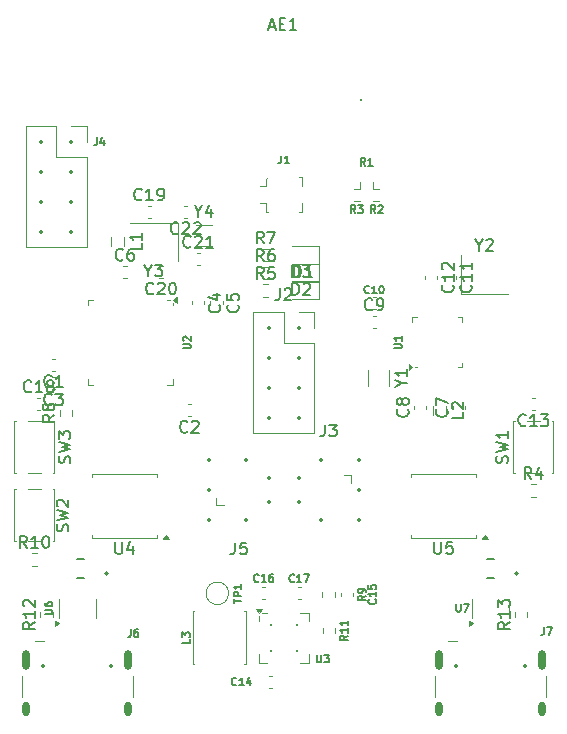
<source format=gto>
%TF.GenerationSoftware,KiCad,Pcbnew,8.0.8*%
%TF.CreationDate,2025-03-20T14:25:15+01:00*%
%TF.ProjectId,RF_HID_module_test,52465f48-4944-45f6-9d6f-64756c655f74,rev?*%
%TF.SameCoordinates,Original*%
%TF.FileFunction,Legend,Top*%
%TF.FilePolarity,Positive*%
%FSLAX46Y46*%
G04 Gerber Fmt 4.6, Leading zero omitted, Abs format (unit mm)*
G04 Created by KiCad (PCBNEW 8.0.8) date 2025-03-20 14:25:15*
%MOMM*%
%LPD*%
G01*
G04 APERTURE LIST*
%ADD10C,0.150000*%
%ADD11C,0.120000*%
%ADD12C,0.152400*%
%ADD13C,0.350000*%
%ADD14O,0.600000X1.700000*%
%ADD15O,0.600000X1.200000*%
%ADD16C,0.200000*%
%ADD17C,0.300000*%
G04 APERTURE END LIST*
D10*
X160867188Y-109496502D02*
X160867188Y-108496502D01*
X160867188Y-108496502D02*
X161105283Y-108496502D01*
X161105283Y-108496502D02*
X161248140Y-108544121D01*
X161248140Y-108544121D02*
X161343378Y-108639359D01*
X161343378Y-108639359D02*
X161390997Y-108734597D01*
X161390997Y-108734597D02*
X161438616Y-108925073D01*
X161438616Y-108925073D02*
X161438616Y-109067930D01*
X161438616Y-109067930D02*
X161390997Y-109258406D01*
X161390997Y-109258406D02*
X161343378Y-109353644D01*
X161343378Y-109353644D02*
X161248140Y-109448883D01*
X161248140Y-109448883D02*
X161105283Y-109496502D01*
X161105283Y-109496502D02*
X160867188Y-109496502D01*
X162390997Y-109496502D02*
X161819569Y-109496502D01*
X162105283Y-109496502D02*
X162105283Y-108496502D01*
X162105283Y-108496502D02*
X162010045Y-108639359D01*
X162010045Y-108639359D02*
X161914807Y-108734597D01*
X161914807Y-108734597D02*
X161819569Y-108782216D01*
X151472902Y-115495238D02*
X151999092Y-115495238D01*
X151999092Y-115495238D02*
X152060997Y-115464285D01*
X152060997Y-115464285D02*
X152091950Y-115433333D01*
X152091950Y-115433333D02*
X152122902Y-115371428D01*
X152122902Y-115371428D02*
X152122902Y-115247619D01*
X152122902Y-115247619D02*
X152091950Y-115185714D01*
X152091950Y-115185714D02*
X152060997Y-115154761D01*
X152060997Y-115154761D02*
X151999092Y-115123809D01*
X151999092Y-115123809D02*
X151472902Y-115123809D01*
X151534807Y-114845238D02*
X151503854Y-114814286D01*
X151503854Y-114814286D02*
X151472902Y-114752381D01*
X151472902Y-114752381D02*
X151472902Y-114597619D01*
X151472902Y-114597619D02*
X151503854Y-114535714D01*
X151503854Y-114535714D02*
X151534807Y-114504762D01*
X151534807Y-114504762D02*
X151596711Y-114473809D01*
X151596711Y-114473809D02*
X151658616Y-114473809D01*
X151658616Y-114473809D02*
X151751473Y-114504762D01*
X151751473Y-114504762D02*
X152122902Y-114876190D01*
X152122902Y-114876190D02*
X152122902Y-114473809D01*
X147957143Y-102879580D02*
X147909524Y-102927200D01*
X147909524Y-102927200D02*
X147766667Y-102974819D01*
X147766667Y-102974819D02*
X147671429Y-102974819D01*
X147671429Y-102974819D02*
X147528572Y-102927200D01*
X147528572Y-102927200D02*
X147433334Y-102831961D01*
X147433334Y-102831961D02*
X147385715Y-102736723D01*
X147385715Y-102736723D02*
X147338096Y-102546247D01*
X147338096Y-102546247D02*
X147338096Y-102403390D01*
X147338096Y-102403390D02*
X147385715Y-102212914D01*
X147385715Y-102212914D02*
X147433334Y-102117676D01*
X147433334Y-102117676D02*
X147528572Y-102022438D01*
X147528572Y-102022438D02*
X147671429Y-101974819D01*
X147671429Y-101974819D02*
X147766667Y-101974819D01*
X147766667Y-101974819D02*
X147909524Y-102022438D01*
X147909524Y-102022438D02*
X147957143Y-102070057D01*
X148909524Y-102974819D02*
X148338096Y-102974819D01*
X148623810Y-102974819D02*
X148623810Y-101974819D01*
X148623810Y-101974819D02*
X148528572Y-102117676D01*
X148528572Y-102117676D02*
X148433334Y-102212914D01*
X148433334Y-102212914D02*
X148338096Y-102260533D01*
X149385715Y-102974819D02*
X149576191Y-102974819D01*
X149576191Y-102974819D02*
X149671429Y-102927200D01*
X149671429Y-102927200D02*
X149719048Y-102879580D01*
X149719048Y-102879580D02*
X149814286Y-102736723D01*
X149814286Y-102736723D02*
X149861905Y-102546247D01*
X149861905Y-102546247D02*
X149861905Y-102165295D01*
X149861905Y-102165295D02*
X149814286Y-102070057D01*
X149814286Y-102070057D02*
X149766667Y-102022438D01*
X149766667Y-102022438D02*
X149671429Y-101974819D01*
X149671429Y-101974819D02*
X149480953Y-101974819D01*
X149480953Y-101974819D02*
X149385715Y-102022438D01*
X149385715Y-102022438D02*
X149338096Y-102070057D01*
X149338096Y-102070057D02*
X149290477Y-102165295D01*
X149290477Y-102165295D02*
X149290477Y-102403390D01*
X149290477Y-102403390D02*
X149338096Y-102498628D01*
X149338096Y-102498628D02*
X149385715Y-102546247D01*
X149385715Y-102546247D02*
X149480953Y-102593866D01*
X149480953Y-102593866D02*
X149671429Y-102593866D01*
X149671429Y-102593866D02*
X149766667Y-102546247D01*
X149766667Y-102546247D02*
X149814286Y-102498628D01*
X149814286Y-102498628D02*
X149861905Y-102403390D01*
X157872142Y-135220997D02*
X157841190Y-135251950D01*
X157841190Y-135251950D02*
X157748332Y-135282902D01*
X157748332Y-135282902D02*
X157686428Y-135282902D01*
X157686428Y-135282902D02*
X157593571Y-135251950D01*
X157593571Y-135251950D02*
X157531666Y-135190045D01*
X157531666Y-135190045D02*
X157500713Y-135128140D01*
X157500713Y-135128140D02*
X157469761Y-135004330D01*
X157469761Y-135004330D02*
X157469761Y-134911473D01*
X157469761Y-134911473D02*
X157500713Y-134787664D01*
X157500713Y-134787664D02*
X157531666Y-134725759D01*
X157531666Y-134725759D02*
X157593571Y-134663854D01*
X157593571Y-134663854D02*
X157686428Y-134632902D01*
X157686428Y-134632902D02*
X157748332Y-134632902D01*
X157748332Y-134632902D02*
X157841190Y-134663854D01*
X157841190Y-134663854D02*
X157872142Y-134694807D01*
X158491190Y-135282902D02*
X158119761Y-135282902D01*
X158305475Y-135282902D02*
X158305475Y-134632902D01*
X158305475Y-134632902D02*
X158243571Y-134725759D01*
X158243571Y-134725759D02*
X158181666Y-134787664D01*
X158181666Y-134787664D02*
X158119761Y-134818616D01*
X159048333Y-134632902D02*
X158924523Y-134632902D01*
X158924523Y-134632902D02*
X158862619Y-134663854D01*
X158862619Y-134663854D02*
X158831666Y-134694807D01*
X158831666Y-134694807D02*
X158769761Y-134787664D01*
X158769761Y-134787664D02*
X158738809Y-134911473D01*
X158738809Y-134911473D02*
X158738809Y-135159092D01*
X158738809Y-135159092D02*
X158769761Y-135220997D01*
X158769761Y-135220997D02*
X158800714Y-135251950D01*
X158800714Y-135251950D02*
X158862619Y-135282902D01*
X158862619Y-135282902D02*
X158986428Y-135282902D01*
X158986428Y-135282902D02*
X159048333Y-135251950D01*
X159048333Y-135251950D02*
X159079285Y-135220997D01*
X159079285Y-135220997D02*
X159110238Y-135159092D01*
X159110238Y-135159092D02*
X159110238Y-135004330D01*
X159110238Y-135004330D02*
X159079285Y-134942426D01*
X159079285Y-134942426D02*
X159048333Y-134911473D01*
X159048333Y-134911473D02*
X158986428Y-134880521D01*
X158986428Y-134880521D02*
X158862619Y-134880521D01*
X158862619Y-134880521D02*
X158800714Y-134911473D01*
X158800714Y-134911473D02*
X158769761Y-134942426D01*
X158769761Y-134942426D02*
X158738809Y-135004330D01*
X147954818Y-106616666D02*
X147954818Y-107092856D01*
X147954818Y-107092856D02*
X146954818Y-107092856D01*
X147954818Y-105759523D02*
X147954818Y-106330951D01*
X147954818Y-106045237D02*
X146954818Y-106045237D01*
X146954818Y-106045237D02*
X147097675Y-106140475D01*
X147097675Y-106140475D02*
X147192913Y-106235713D01*
X147192913Y-106235713D02*
X147240532Y-106330951D01*
X170479581Y-120666667D02*
X170527201Y-120714286D01*
X170527201Y-120714286D02*
X170574820Y-120857143D01*
X170574820Y-120857143D02*
X170574820Y-120952381D01*
X170574820Y-120952381D02*
X170527201Y-121095238D01*
X170527201Y-121095238D02*
X170431962Y-121190476D01*
X170431962Y-121190476D02*
X170336724Y-121238095D01*
X170336724Y-121238095D02*
X170146248Y-121285714D01*
X170146248Y-121285714D02*
X170003391Y-121285714D01*
X170003391Y-121285714D02*
X169812915Y-121238095D01*
X169812915Y-121238095D02*
X169717677Y-121190476D01*
X169717677Y-121190476D02*
X169622439Y-121095238D01*
X169622439Y-121095238D02*
X169574820Y-120952381D01*
X169574820Y-120952381D02*
X169574820Y-120857143D01*
X169574820Y-120857143D02*
X169622439Y-120714286D01*
X169622439Y-120714286D02*
X169670058Y-120666667D01*
X170003391Y-120095238D02*
X169955772Y-120190476D01*
X169955772Y-120190476D02*
X169908153Y-120238095D01*
X169908153Y-120238095D02*
X169812915Y-120285714D01*
X169812915Y-120285714D02*
X169765296Y-120285714D01*
X169765296Y-120285714D02*
X169670058Y-120238095D01*
X169670058Y-120238095D02*
X169622439Y-120190476D01*
X169622439Y-120190476D02*
X169574820Y-120095238D01*
X169574820Y-120095238D02*
X169574820Y-119904762D01*
X169574820Y-119904762D02*
X169622439Y-119809524D01*
X169622439Y-119809524D02*
X169670058Y-119761905D01*
X169670058Y-119761905D02*
X169765296Y-119714286D01*
X169765296Y-119714286D02*
X169812915Y-119714286D01*
X169812915Y-119714286D02*
X169908153Y-119761905D01*
X169908153Y-119761905D02*
X169955772Y-119809524D01*
X169955772Y-119809524D02*
X170003391Y-119904762D01*
X170003391Y-119904762D02*
X170003391Y-120095238D01*
X170003391Y-120095238D02*
X170051010Y-120190476D01*
X170051010Y-120190476D02*
X170098629Y-120238095D01*
X170098629Y-120238095D02*
X170193867Y-120285714D01*
X170193867Y-120285714D02*
X170384343Y-120285714D01*
X170384343Y-120285714D02*
X170479581Y-120238095D01*
X170479581Y-120238095D02*
X170527201Y-120190476D01*
X170527201Y-120190476D02*
X170574820Y-120095238D01*
X170574820Y-120095238D02*
X170574820Y-119904762D01*
X170574820Y-119904762D02*
X170527201Y-119809524D01*
X170527201Y-119809524D02*
X170479581Y-119761905D01*
X170479581Y-119761905D02*
X170384343Y-119714286D01*
X170384343Y-119714286D02*
X170193867Y-119714286D01*
X170193867Y-119714286D02*
X170098629Y-119761905D01*
X170098629Y-119761905D02*
X170051010Y-119809524D01*
X170051010Y-119809524D02*
X170003391Y-119904762D01*
X175839579Y-110142858D02*
X175887199Y-110190477D01*
X175887199Y-110190477D02*
X175934818Y-110333334D01*
X175934818Y-110333334D02*
X175934818Y-110428572D01*
X175934818Y-110428572D02*
X175887199Y-110571429D01*
X175887199Y-110571429D02*
X175791960Y-110666667D01*
X175791960Y-110666667D02*
X175696722Y-110714286D01*
X175696722Y-110714286D02*
X175506246Y-110761905D01*
X175506246Y-110761905D02*
X175363389Y-110761905D01*
X175363389Y-110761905D02*
X175172913Y-110714286D01*
X175172913Y-110714286D02*
X175077675Y-110666667D01*
X175077675Y-110666667D02*
X174982437Y-110571429D01*
X174982437Y-110571429D02*
X174934818Y-110428572D01*
X174934818Y-110428572D02*
X174934818Y-110333334D01*
X174934818Y-110333334D02*
X174982437Y-110190477D01*
X174982437Y-110190477D02*
X175030056Y-110142858D01*
X175934818Y-109190477D02*
X175934818Y-109761905D01*
X175934818Y-109476191D02*
X174934818Y-109476191D01*
X174934818Y-109476191D02*
X175077675Y-109571429D01*
X175077675Y-109571429D02*
X175172913Y-109666667D01*
X175172913Y-109666667D02*
X175220532Y-109761905D01*
X175934818Y-108238096D02*
X175934818Y-108809524D01*
X175934818Y-108523810D02*
X174934818Y-108523810D01*
X174934818Y-108523810D02*
X175077675Y-108619048D01*
X175077675Y-108619048D02*
X175172913Y-108714286D01*
X175172913Y-108714286D02*
X175220532Y-108809524D01*
X160731905Y-110984818D02*
X160731905Y-109984818D01*
X160731905Y-109984818D02*
X160970000Y-109984818D01*
X160970000Y-109984818D02*
X161112857Y-110032437D01*
X161112857Y-110032437D02*
X161208095Y-110127675D01*
X161208095Y-110127675D02*
X161255714Y-110222913D01*
X161255714Y-110222913D02*
X161303333Y-110413389D01*
X161303333Y-110413389D02*
X161303333Y-110556246D01*
X161303333Y-110556246D02*
X161255714Y-110746722D01*
X161255714Y-110746722D02*
X161208095Y-110841960D01*
X161208095Y-110841960D02*
X161112857Y-110937199D01*
X161112857Y-110937199D02*
X160970000Y-110984818D01*
X160970000Y-110984818D02*
X160731905Y-110984818D01*
X161684286Y-110080056D02*
X161731905Y-110032437D01*
X161731905Y-110032437D02*
X161827143Y-109984818D01*
X161827143Y-109984818D02*
X162065238Y-109984818D01*
X162065238Y-109984818D02*
X162160476Y-110032437D01*
X162160476Y-110032437D02*
X162208095Y-110080056D01*
X162208095Y-110080056D02*
X162255714Y-110175294D01*
X162255714Y-110175294D02*
X162255714Y-110270532D01*
X162255714Y-110270532D02*
X162208095Y-110413389D01*
X162208095Y-110413389D02*
X161636667Y-110984818D01*
X161636667Y-110984818D02*
X162255714Y-110984818D01*
X144183333Y-97642902D02*
X144183333Y-98107188D01*
X144183333Y-98107188D02*
X144152380Y-98200045D01*
X144152380Y-98200045D02*
X144090476Y-98261950D01*
X144090476Y-98261950D02*
X143997618Y-98292902D01*
X143997618Y-98292902D02*
X143935714Y-98292902D01*
X144771428Y-97859569D02*
X144771428Y-98292902D01*
X144616666Y-97611950D02*
X144461904Y-98076235D01*
X144461904Y-98076235D02*
X144864285Y-98076235D01*
X141882202Y-125208330D02*
X141929821Y-125065473D01*
X141929821Y-125065473D02*
X141929821Y-124827378D01*
X141929821Y-124827378D02*
X141882202Y-124732140D01*
X141882202Y-124732140D02*
X141834582Y-124684521D01*
X141834582Y-124684521D02*
X141739344Y-124636902D01*
X141739344Y-124636902D02*
X141644106Y-124636902D01*
X141644106Y-124636902D02*
X141548868Y-124684521D01*
X141548868Y-124684521D02*
X141501249Y-124732140D01*
X141501249Y-124732140D02*
X141453630Y-124827378D01*
X141453630Y-124827378D02*
X141406011Y-125017854D01*
X141406011Y-125017854D02*
X141358392Y-125113092D01*
X141358392Y-125113092D02*
X141310773Y-125160711D01*
X141310773Y-125160711D02*
X141215535Y-125208330D01*
X141215535Y-125208330D02*
X141120297Y-125208330D01*
X141120297Y-125208330D02*
X141025059Y-125160711D01*
X141025059Y-125160711D02*
X140977440Y-125113092D01*
X140977440Y-125113092D02*
X140929821Y-125017854D01*
X140929821Y-125017854D02*
X140929821Y-124779759D01*
X140929821Y-124779759D02*
X140977440Y-124636902D01*
X140929821Y-124303568D02*
X141929821Y-124065473D01*
X141929821Y-124065473D02*
X141215535Y-123874997D01*
X141215535Y-123874997D02*
X141929821Y-123684521D01*
X141929821Y-123684521D02*
X140929821Y-123446426D01*
X140929821Y-123160711D02*
X140929821Y-122541664D01*
X140929821Y-122541664D02*
X141310773Y-122874997D01*
X141310773Y-122874997D02*
X141310773Y-122732140D01*
X141310773Y-122732140D02*
X141358392Y-122636902D01*
X141358392Y-122636902D02*
X141406011Y-122589283D01*
X141406011Y-122589283D02*
X141501249Y-122541664D01*
X141501249Y-122541664D02*
X141739344Y-122541664D01*
X141739344Y-122541664D02*
X141834582Y-122589283D01*
X141834582Y-122589283D02*
X141882202Y-122636902D01*
X141882202Y-122636902D02*
X141929821Y-122732140D01*
X141929821Y-122732140D02*
X141929821Y-123017854D01*
X141929821Y-123017854D02*
X141882202Y-123113092D01*
X141882202Y-123113092D02*
X141834582Y-123160711D01*
X169342901Y-115495237D02*
X169869091Y-115495237D01*
X169869091Y-115495237D02*
X169930996Y-115464284D01*
X169930996Y-115464284D02*
X169961949Y-115433332D01*
X169961949Y-115433332D02*
X169992901Y-115371427D01*
X169992901Y-115371427D02*
X169992901Y-115247618D01*
X169992901Y-115247618D02*
X169961949Y-115185713D01*
X169961949Y-115185713D02*
X169930996Y-115154760D01*
X169930996Y-115154760D02*
X169869091Y-115123808D01*
X169869091Y-115123808D02*
X169342901Y-115123808D01*
X169992901Y-114473808D02*
X169992901Y-114845237D01*
X169992901Y-114659523D02*
X169342901Y-114659523D01*
X169342901Y-114659523D02*
X169435758Y-114721427D01*
X169435758Y-114721427D02*
X169497663Y-114783332D01*
X169497663Y-114783332D02*
X169528615Y-114845237D01*
X148523810Y-108928628D02*
X148523810Y-109404819D01*
X148190477Y-108404819D02*
X148523810Y-108928628D01*
X148523810Y-108928628D02*
X148857143Y-108404819D01*
X149095239Y-108404819D02*
X149714286Y-108404819D01*
X149714286Y-108404819D02*
X149380953Y-108785771D01*
X149380953Y-108785771D02*
X149523810Y-108785771D01*
X149523810Y-108785771D02*
X149619048Y-108833390D01*
X149619048Y-108833390D02*
X149666667Y-108881009D01*
X149666667Y-108881009D02*
X149714286Y-108976247D01*
X149714286Y-108976247D02*
X149714286Y-109214342D01*
X149714286Y-109214342D02*
X149666667Y-109309580D01*
X149666667Y-109309580D02*
X149619048Y-109357200D01*
X149619048Y-109357200D02*
X149523810Y-109404819D01*
X149523810Y-109404819D02*
X149238096Y-109404819D01*
X149238096Y-109404819D02*
X149142858Y-109357200D01*
X149142858Y-109357200D02*
X149095239Y-109309580D01*
X146383332Y-107979580D02*
X146335713Y-108027200D01*
X146335713Y-108027200D02*
X146192856Y-108074819D01*
X146192856Y-108074819D02*
X146097618Y-108074819D01*
X146097618Y-108074819D02*
X145954761Y-108027200D01*
X145954761Y-108027200D02*
X145859523Y-107931961D01*
X145859523Y-107931961D02*
X145811904Y-107836723D01*
X145811904Y-107836723D02*
X145764285Y-107646247D01*
X145764285Y-107646247D02*
X145764285Y-107503390D01*
X145764285Y-107503390D02*
X145811904Y-107312914D01*
X145811904Y-107312914D02*
X145859523Y-107217676D01*
X145859523Y-107217676D02*
X145954761Y-107122438D01*
X145954761Y-107122438D02*
X146097618Y-107074819D01*
X146097618Y-107074819D02*
X146192856Y-107074819D01*
X146192856Y-107074819D02*
X146335713Y-107122438D01*
X146335713Y-107122438D02*
X146383332Y-107170057D01*
X147240475Y-107074819D02*
X147049999Y-107074819D01*
X147049999Y-107074819D02*
X146954761Y-107122438D01*
X146954761Y-107122438D02*
X146907142Y-107170057D01*
X146907142Y-107170057D02*
X146811904Y-107312914D01*
X146811904Y-107312914D02*
X146764285Y-107503390D01*
X146764285Y-107503390D02*
X146764285Y-107884342D01*
X146764285Y-107884342D02*
X146811904Y-107979580D01*
X146811904Y-107979580D02*
X146859523Y-108027200D01*
X146859523Y-108027200D02*
X146954761Y-108074819D01*
X146954761Y-108074819D02*
X147145237Y-108074819D01*
X147145237Y-108074819D02*
X147240475Y-108027200D01*
X147240475Y-108027200D02*
X147288094Y-107979580D01*
X147288094Y-107979580D02*
X147335713Y-107884342D01*
X147335713Y-107884342D02*
X147335713Y-107646247D01*
X147335713Y-107646247D02*
X147288094Y-107551009D01*
X147288094Y-107551009D02*
X147240475Y-107503390D01*
X147240475Y-107503390D02*
X147145237Y-107455771D01*
X147145237Y-107455771D02*
X146954761Y-107455771D01*
X146954761Y-107455771D02*
X146859523Y-107503390D01*
X146859523Y-107503390D02*
X146811904Y-107551009D01*
X146811904Y-107551009D02*
X146764285Y-107646247D01*
X166891666Y-100042902D02*
X166674999Y-99733378D01*
X166520237Y-100042902D02*
X166520237Y-99392902D01*
X166520237Y-99392902D02*
X166767856Y-99392902D01*
X166767856Y-99392902D02*
X166829761Y-99423854D01*
X166829761Y-99423854D02*
X166860714Y-99454807D01*
X166860714Y-99454807D02*
X166891666Y-99516711D01*
X166891666Y-99516711D02*
X166891666Y-99609569D01*
X166891666Y-99609569D02*
X166860714Y-99671473D01*
X166860714Y-99671473D02*
X166829761Y-99702426D01*
X166829761Y-99702426D02*
X166767856Y-99733378D01*
X166767856Y-99733378D02*
X166520237Y-99733378D01*
X167510714Y-100042902D02*
X167139285Y-100042902D01*
X167324999Y-100042902D02*
X167324999Y-99392902D01*
X167324999Y-99392902D02*
X167263095Y-99485759D01*
X167263095Y-99485759D02*
X167201190Y-99547664D01*
X167201190Y-99547664D02*
X167139285Y-99578616D01*
X158283333Y-106624820D02*
X157950000Y-106148629D01*
X157711905Y-106624820D02*
X157711905Y-105624820D01*
X157711905Y-105624820D02*
X158092857Y-105624820D01*
X158092857Y-105624820D02*
X158188095Y-105672439D01*
X158188095Y-105672439D02*
X158235714Y-105720058D01*
X158235714Y-105720058D02*
X158283333Y-105815296D01*
X158283333Y-105815296D02*
X158283333Y-105958153D01*
X158283333Y-105958153D02*
X158235714Y-106053391D01*
X158235714Y-106053391D02*
X158188095Y-106101010D01*
X158188095Y-106101010D02*
X158092857Y-106148629D01*
X158092857Y-106148629D02*
X157711905Y-106148629D01*
X158616667Y-105624820D02*
X159283333Y-105624820D01*
X159283333Y-105624820D02*
X158854762Y-106624820D01*
X154539579Y-111816667D02*
X154587199Y-111864286D01*
X154587199Y-111864286D02*
X154634818Y-112007143D01*
X154634818Y-112007143D02*
X154634818Y-112102381D01*
X154634818Y-112102381D02*
X154587199Y-112245238D01*
X154587199Y-112245238D02*
X154491960Y-112340476D01*
X154491960Y-112340476D02*
X154396722Y-112388095D01*
X154396722Y-112388095D02*
X154206246Y-112435714D01*
X154206246Y-112435714D02*
X154063389Y-112435714D01*
X154063389Y-112435714D02*
X153872913Y-112388095D01*
X153872913Y-112388095D02*
X153777675Y-112340476D01*
X153777675Y-112340476D02*
X153682437Y-112245238D01*
X153682437Y-112245238D02*
X153634818Y-112102381D01*
X153634818Y-112102381D02*
X153634818Y-112007143D01*
X153634818Y-112007143D02*
X153682437Y-111864286D01*
X153682437Y-111864286D02*
X153730056Y-111816667D01*
X153968151Y-110959524D02*
X154634818Y-110959524D01*
X153587199Y-111197619D02*
X154301484Y-111435714D01*
X154301484Y-111435714D02*
X154301484Y-110816667D01*
X138232142Y-132399819D02*
X137898809Y-131923628D01*
X137660714Y-132399819D02*
X137660714Y-131399819D01*
X137660714Y-131399819D02*
X138041666Y-131399819D01*
X138041666Y-131399819D02*
X138136904Y-131447438D01*
X138136904Y-131447438D02*
X138184523Y-131495057D01*
X138184523Y-131495057D02*
X138232142Y-131590295D01*
X138232142Y-131590295D02*
X138232142Y-131733152D01*
X138232142Y-131733152D02*
X138184523Y-131828390D01*
X138184523Y-131828390D02*
X138136904Y-131876009D01*
X138136904Y-131876009D02*
X138041666Y-131923628D01*
X138041666Y-131923628D02*
X137660714Y-131923628D01*
X139184523Y-132399819D02*
X138613095Y-132399819D01*
X138898809Y-132399819D02*
X138898809Y-131399819D01*
X138898809Y-131399819D02*
X138803571Y-131542676D01*
X138803571Y-131542676D02*
X138708333Y-131637914D01*
X138708333Y-131637914D02*
X138613095Y-131685533D01*
X139803571Y-131399819D02*
X139898809Y-131399819D01*
X139898809Y-131399819D02*
X139994047Y-131447438D01*
X139994047Y-131447438D02*
X140041666Y-131495057D01*
X140041666Y-131495057D02*
X140089285Y-131590295D01*
X140089285Y-131590295D02*
X140136904Y-131780771D01*
X140136904Y-131780771D02*
X140136904Y-132018866D01*
X140136904Y-132018866D02*
X140089285Y-132209342D01*
X140089285Y-132209342D02*
X140041666Y-132304580D01*
X140041666Y-132304580D02*
X139994047Y-132352200D01*
X139994047Y-132352200D02*
X139898809Y-132399819D01*
X139898809Y-132399819D02*
X139803571Y-132399819D01*
X139803571Y-132399819D02*
X139708333Y-132352200D01*
X139708333Y-132352200D02*
X139660714Y-132304580D01*
X139660714Y-132304580D02*
X139613095Y-132209342D01*
X139613095Y-132209342D02*
X139565476Y-132018866D01*
X139565476Y-132018866D02*
X139565476Y-131780771D01*
X139565476Y-131780771D02*
X139613095Y-131590295D01*
X139613095Y-131590295D02*
X139660714Y-131495057D01*
X139660714Y-131495057D02*
X139708333Y-131447438D01*
X139708333Y-131447438D02*
X139803571Y-131399819D01*
X147033333Y-139292902D02*
X147033333Y-139757188D01*
X147033333Y-139757188D02*
X147002380Y-139850045D01*
X147002380Y-139850045D02*
X146940476Y-139911950D01*
X146940476Y-139911950D02*
X146847618Y-139942902D01*
X146847618Y-139942902D02*
X146785714Y-139942902D01*
X147621428Y-139292902D02*
X147497618Y-139292902D01*
X147497618Y-139292902D02*
X147435714Y-139323854D01*
X147435714Y-139323854D02*
X147404761Y-139354807D01*
X147404761Y-139354807D02*
X147342856Y-139447664D01*
X147342856Y-139447664D02*
X147311904Y-139571473D01*
X147311904Y-139571473D02*
X147311904Y-139819092D01*
X147311904Y-139819092D02*
X147342856Y-139880997D01*
X147342856Y-139880997D02*
X147373809Y-139911950D01*
X147373809Y-139911950D02*
X147435714Y-139942902D01*
X147435714Y-139942902D02*
X147559523Y-139942902D01*
X147559523Y-139942902D02*
X147621428Y-139911950D01*
X147621428Y-139911950D02*
X147652380Y-139880997D01*
X147652380Y-139880997D02*
X147683333Y-139819092D01*
X147683333Y-139819092D02*
X147683333Y-139664330D01*
X147683333Y-139664330D02*
X147652380Y-139602426D01*
X147652380Y-139602426D02*
X147621428Y-139571473D01*
X147621428Y-139571473D02*
X147559523Y-139540521D01*
X147559523Y-139540521D02*
X147435714Y-139540521D01*
X147435714Y-139540521D02*
X147373809Y-139571473D01*
X147373809Y-139571473D02*
X147342856Y-139602426D01*
X147342856Y-139602426D02*
X147311904Y-139664330D01*
X148957141Y-110839578D02*
X148909522Y-110887198D01*
X148909522Y-110887198D02*
X148766665Y-110934817D01*
X148766665Y-110934817D02*
X148671427Y-110934817D01*
X148671427Y-110934817D02*
X148528570Y-110887198D01*
X148528570Y-110887198D02*
X148433332Y-110791959D01*
X148433332Y-110791959D02*
X148385713Y-110696721D01*
X148385713Y-110696721D02*
X148338094Y-110506245D01*
X148338094Y-110506245D02*
X148338094Y-110363388D01*
X148338094Y-110363388D02*
X148385713Y-110172912D01*
X148385713Y-110172912D02*
X148433332Y-110077674D01*
X148433332Y-110077674D02*
X148528570Y-109982436D01*
X148528570Y-109982436D02*
X148671427Y-109934817D01*
X148671427Y-109934817D02*
X148766665Y-109934817D01*
X148766665Y-109934817D02*
X148909522Y-109982436D01*
X148909522Y-109982436D02*
X148957141Y-110030055D01*
X149338094Y-110030055D02*
X149385713Y-109982436D01*
X149385713Y-109982436D02*
X149480951Y-109934817D01*
X149480951Y-109934817D02*
X149719046Y-109934817D01*
X149719046Y-109934817D02*
X149814284Y-109982436D01*
X149814284Y-109982436D02*
X149861903Y-110030055D01*
X149861903Y-110030055D02*
X149909522Y-110125293D01*
X149909522Y-110125293D02*
X149909522Y-110220531D01*
X149909522Y-110220531D02*
X149861903Y-110363388D01*
X149861903Y-110363388D02*
X149290475Y-110934817D01*
X149290475Y-110934817D02*
X149909522Y-110934817D01*
X150528570Y-109934817D02*
X150623808Y-109934817D01*
X150623808Y-109934817D02*
X150719046Y-109982436D01*
X150719046Y-109982436D02*
X150766665Y-110030055D01*
X150766665Y-110030055D02*
X150814284Y-110125293D01*
X150814284Y-110125293D02*
X150861903Y-110315769D01*
X150861903Y-110315769D02*
X150861903Y-110553864D01*
X150861903Y-110553864D02*
X150814284Y-110744340D01*
X150814284Y-110744340D02*
X150766665Y-110839578D01*
X150766665Y-110839578D02*
X150719046Y-110887198D01*
X150719046Y-110887198D02*
X150623808Y-110934817D01*
X150623808Y-110934817D02*
X150528570Y-110934817D01*
X150528570Y-110934817D02*
X150433332Y-110887198D01*
X150433332Y-110887198D02*
X150385713Y-110839578D01*
X150385713Y-110839578D02*
X150338094Y-110744340D01*
X150338094Y-110744340D02*
X150290475Y-110553864D01*
X150290475Y-110553864D02*
X150290475Y-110315769D01*
X150290475Y-110315769D02*
X150338094Y-110125293D01*
X150338094Y-110125293D02*
X150385713Y-110030055D01*
X150385713Y-110030055D02*
X150433332Y-109982436D01*
X150433332Y-109982436D02*
X150528570Y-109934817D01*
X138924820Y-138692858D02*
X138448629Y-139026191D01*
X138924820Y-139264286D02*
X137924820Y-139264286D01*
X137924820Y-139264286D02*
X137924820Y-138883334D01*
X137924820Y-138883334D02*
X137972439Y-138788096D01*
X137972439Y-138788096D02*
X138020058Y-138740477D01*
X138020058Y-138740477D02*
X138115296Y-138692858D01*
X138115296Y-138692858D02*
X138258153Y-138692858D01*
X138258153Y-138692858D02*
X138353391Y-138740477D01*
X138353391Y-138740477D02*
X138401010Y-138788096D01*
X138401010Y-138788096D02*
X138448629Y-138883334D01*
X138448629Y-138883334D02*
X138448629Y-139264286D01*
X138924820Y-137740477D02*
X138924820Y-138311905D01*
X138924820Y-138026191D02*
X137924820Y-138026191D01*
X137924820Y-138026191D02*
X138067677Y-138121429D01*
X138067677Y-138121429D02*
X138162915Y-138216667D01*
X138162915Y-138216667D02*
X138210534Y-138311905D01*
X138020058Y-137359524D02*
X137972439Y-137311905D01*
X137972439Y-137311905D02*
X137924820Y-137216667D01*
X137924820Y-137216667D02*
X137924820Y-136978572D01*
X137924820Y-136978572D02*
X137972439Y-136883334D01*
X137972439Y-136883334D02*
X138020058Y-136835715D01*
X138020058Y-136835715D02*
X138115296Y-136788096D01*
X138115296Y-136788096D02*
X138210534Y-136788096D01*
X138210534Y-136788096D02*
X138353391Y-136835715D01*
X138353391Y-136835715D02*
X138924820Y-137407143D01*
X138924820Y-137407143D02*
X138924820Y-136788096D01*
X172738095Y-131894819D02*
X172738095Y-132704342D01*
X172738095Y-132704342D02*
X172785714Y-132799580D01*
X172785714Y-132799580D02*
X172833333Y-132847200D01*
X172833333Y-132847200D02*
X172928571Y-132894819D01*
X172928571Y-132894819D02*
X173119047Y-132894819D01*
X173119047Y-132894819D02*
X173214285Y-132847200D01*
X173214285Y-132847200D02*
X173261904Y-132799580D01*
X173261904Y-132799580D02*
X173309523Y-132704342D01*
X173309523Y-132704342D02*
X173309523Y-131894819D01*
X174261904Y-131894819D02*
X173785714Y-131894819D01*
X173785714Y-131894819D02*
X173738095Y-132371009D01*
X173738095Y-132371009D02*
X173785714Y-132323390D01*
X173785714Y-132323390D02*
X173880952Y-132275771D01*
X173880952Y-132275771D02*
X174119047Y-132275771D01*
X174119047Y-132275771D02*
X174214285Y-132323390D01*
X174214285Y-132323390D02*
X174261904Y-132371009D01*
X174261904Y-132371009D02*
X174309523Y-132466247D01*
X174309523Y-132466247D02*
X174309523Y-132704342D01*
X174309523Y-132704342D02*
X174261904Y-132799580D01*
X174261904Y-132799580D02*
X174214285Y-132847200D01*
X174214285Y-132847200D02*
X174119047Y-132894819D01*
X174119047Y-132894819D02*
X173880952Y-132894819D01*
X173880952Y-132894819D02*
X173785714Y-132847200D01*
X173785714Y-132847200D02*
X173738095Y-132799580D01*
X167483333Y-112179580D02*
X167435714Y-112227200D01*
X167435714Y-112227200D02*
X167292857Y-112274819D01*
X167292857Y-112274819D02*
X167197619Y-112274819D01*
X167197619Y-112274819D02*
X167054762Y-112227200D01*
X167054762Y-112227200D02*
X166959524Y-112131961D01*
X166959524Y-112131961D02*
X166911905Y-112036723D01*
X166911905Y-112036723D02*
X166864286Y-111846247D01*
X166864286Y-111846247D02*
X166864286Y-111703390D01*
X166864286Y-111703390D02*
X166911905Y-111512914D01*
X166911905Y-111512914D02*
X166959524Y-111417676D01*
X166959524Y-111417676D02*
X167054762Y-111322438D01*
X167054762Y-111322438D02*
X167197619Y-111274819D01*
X167197619Y-111274819D02*
X167292857Y-111274819D01*
X167292857Y-111274819D02*
X167435714Y-111322438D01*
X167435714Y-111322438D02*
X167483333Y-111370057D01*
X167959524Y-112274819D02*
X168150000Y-112274819D01*
X168150000Y-112274819D02*
X168245238Y-112227200D01*
X168245238Y-112227200D02*
X168292857Y-112179580D01*
X168292857Y-112179580D02*
X168388095Y-112036723D01*
X168388095Y-112036723D02*
X168435714Y-111846247D01*
X168435714Y-111846247D02*
X168435714Y-111465295D01*
X168435714Y-111465295D02*
X168388095Y-111370057D01*
X168388095Y-111370057D02*
X168340476Y-111322438D01*
X168340476Y-111322438D02*
X168245238Y-111274819D01*
X168245238Y-111274819D02*
X168054762Y-111274819D01*
X168054762Y-111274819D02*
X167959524Y-111322438D01*
X167959524Y-111322438D02*
X167911905Y-111370057D01*
X167911905Y-111370057D02*
X167864286Y-111465295D01*
X167864286Y-111465295D02*
X167864286Y-111703390D01*
X167864286Y-111703390D02*
X167911905Y-111798628D01*
X167911905Y-111798628D02*
X167959524Y-111846247D01*
X167959524Y-111846247D02*
X168054762Y-111893866D01*
X168054762Y-111893866D02*
X168245238Y-111893866D01*
X168245238Y-111893866D02*
X168340476Y-111846247D01*
X168340476Y-111846247D02*
X168388095Y-111798628D01*
X168388095Y-111798628D02*
X168435714Y-111703390D01*
X160872142Y-135230997D02*
X160841190Y-135261950D01*
X160841190Y-135261950D02*
X160748332Y-135292902D01*
X160748332Y-135292902D02*
X160686428Y-135292902D01*
X160686428Y-135292902D02*
X160593571Y-135261950D01*
X160593571Y-135261950D02*
X160531666Y-135200045D01*
X160531666Y-135200045D02*
X160500713Y-135138140D01*
X160500713Y-135138140D02*
X160469761Y-135014330D01*
X160469761Y-135014330D02*
X160469761Y-134921473D01*
X160469761Y-134921473D02*
X160500713Y-134797664D01*
X160500713Y-134797664D02*
X160531666Y-134735759D01*
X160531666Y-134735759D02*
X160593571Y-134673854D01*
X160593571Y-134673854D02*
X160686428Y-134642902D01*
X160686428Y-134642902D02*
X160748332Y-134642902D01*
X160748332Y-134642902D02*
X160841190Y-134673854D01*
X160841190Y-134673854D02*
X160872142Y-134704807D01*
X161491190Y-135292902D02*
X161119761Y-135292902D01*
X161305475Y-135292902D02*
X161305475Y-134642902D01*
X161305475Y-134642902D02*
X161243571Y-134735759D01*
X161243571Y-134735759D02*
X161181666Y-134797664D01*
X161181666Y-134797664D02*
X161119761Y-134828616D01*
X161707857Y-134642902D02*
X162141190Y-134642902D01*
X162141190Y-134642902D02*
X161862619Y-135292902D01*
X140574820Y-121141667D02*
X140098629Y-121475000D01*
X140574820Y-121713095D02*
X139574820Y-121713095D01*
X139574820Y-121713095D02*
X139574820Y-121332143D01*
X139574820Y-121332143D02*
X139622439Y-121236905D01*
X139622439Y-121236905D02*
X139670058Y-121189286D01*
X139670058Y-121189286D02*
X139765296Y-121141667D01*
X139765296Y-121141667D02*
X139908153Y-121141667D01*
X139908153Y-121141667D02*
X140003391Y-121189286D01*
X140003391Y-121189286D02*
X140051010Y-121236905D01*
X140051010Y-121236905D02*
X140098629Y-121332143D01*
X140098629Y-121332143D02*
X140098629Y-121713095D01*
X140003391Y-120570238D02*
X139955772Y-120665476D01*
X139955772Y-120665476D02*
X139908153Y-120713095D01*
X139908153Y-120713095D02*
X139812915Y-120760714D01*
X139812915Y-120760714D02*
X139765296Y-120760714D01*
X139765296Y-120760714D02*
X139670058Y-120713095D01*
X139670058Y-120713095D02*
X139622439Y-120665476D01*
X139622439Y-120665476D02*
X139574820Y-120570238D01*
X139574820Y-120570238D02*
X139574820Y-120379762D01*
X139574820Y-120379762D02*
X139622439Y-120284524D01*
X139622439Y-120284524D02*
X139670058Y-120236905D01*
X139670058Y-120236905D02*
X139765296Y-120189286D01*
X139765296Y-120189286D02*
X139812915Y-120189286D01*
X139812915Y-120189286D02*
X139908153Y-120236905D01*
X139908153Y-120236905D02*
X139955772Y-120284524D01*
X139955772Y-120284524D02*
X140003391Y-120379762D01*
X140003391Y-120379762D02*
X140003391Y-120570238D01*
X140003391Y-120570238D02*
X140051010Y-120665476D01*
X140051010Y-120665476D02*
X140098629Y-120713095D01*
X140098629Y-120713095D02*
X140193867Y-120760714D01*
X140193867Y-120760714D02*
X140384343Y-120760714D01*
X140384343Y-120760714D02*
X140479581Y-120713095D01*
X140479581Y-120713095D02*
X140527201Y-120665476D01*
X140527201Y-120665476D02*
X140574820Y-120570238D01*
X140574820Y-120570238D02*
X140574820Y-120379762D01*
X140574820Y-120379762D02*
X140527201Y-120284524D01*
X140527201Y-120284524D02*
X140479581Y-120236905D01*
X140479581Y-120236905D02*
X140384343Y-120189286D01*
X140384343Y-120189286D02*
X140193867Y-120189286D01*
X140193867Y-120189286D02*
X140098629Y-120236905D01*
X140098629Y-120236905D02*
X140051010Y-120284524D01*
X140051010Y-120284524D02*
X140003391Y-120379762D01*
X138607142Y-119129580D02*
X138559523Y-119177200D01*
X138559523Y-119177200D02*
X138416666Y-119224819D01*
X138416666Y-119224819D02*
X138321428Y-119224819D01*
X138321428Y-119224819D02*
X138178571Y-119177200D01*
X138178571Y-119177200D02*
X138083333Y-119081961D01*
X138083333Y-119081961D02*
X138035714Y-118986723D01*
X138035714Y-118986723D02*
X137988095Y-118796247D01*
X137988095Y-118796247D02*
X137988095Y-118653390D01*
X137988095Y-118653390D02*
X138035714Y-118462914D01*
X138035714Y-118462914D02*
X138083333Y-118367676D01*
X138083333Y-118367676D02*
X138178571Y-118272438D01*
X138178571Y-118272438D02*
X138321428Y-118224819D01*
X138321428Y-118224819D02*
X138416666Y-118224819D01*
X138416666Y-118224819D02*
X138559523Y-118272438D01*
X138559523Y-118272438D02*
X138607142Y-118320057D01*
X139559523Y-119224819D02*
X138988095Y-119224819D01*
X139273809Y-119224819D02*
X139273809Y-118224819D01*
X139273809Y-118224819D02*
X139178571Y-118367676D01*
X139178571Y-118367676D02*
X139083333Y-118462914D01*
X139083333Y-118462914D02*
X138988095Y-118510533D01*
X140130952Y-118653390D02*
X140035714Y-118605771D01*
X140035714Y-118605771D02*
X139988095Y-118558152D01*
X139988095Y-118558152D02*
X139940476Y-118462914D01*
X139940476Y-118462914D02*
X139940476Y-118415295D01*
X139940476Y-118415295D02*
X139988095Y-118320057D01*
X139988095Y-118320057D02*
X140035714Y-118272438D01*
X140035714Y-118272438D02*
X140130952Y-118224819D01*
X140130952Y-118224819D02*
X140321428Y-118224819D01*
X140321428Y-118224819D02*
X140416666Y-118272438D01*
X140416666Y-118272438D02*
X140464285Y-118320057D01*
X140464285Y-118320057D02*
X140511904Y-118415295D01*
X140511904Y-118415295D02*
X140511904Y-118462914D01*
X140511904Y-118462914D02*
X140464285Y-118558152D01*
X140464285Y-118558152D02*
X140416666Y-118605771D01*
X140416666Y-118605771D02*
X140321428Y-118653390D01*
X140321428Y-118653390D02*
X140130952Y-118653390D01*
X140130952Y-118653390D02*
X140035714Y-118701009D01*
X140035714Y-118701009D02*
X139988095Y-118748628D01*
X139988095Y-118748628D02*
X139940476Y-118843866D01*
X139940476Y-118843866D02*
X139940476Y-119034342D01*
X139940476Y-119034342D02*
X139988095Y-119129580D01*
X139988095Y-119129580D02*
X140035714Y-119177200D01*
X140035714Y-119177200D02*
X140130952Y-119224819D01*
X140130952Y-119224819D02*
X140321428Y-119224819D01*
X140321428Y-119224819D02*
X140416666Y-119177200D01*
X140416666Y-119177200D02*
X140464285Y-119129580D01*
X140464285Y-119129580D02*
X140511904Y-119034342D01*
X140511904Y-119034342D02*
X140511904Y-118843866D01*
X140511904Y-118843866D02*
X140464285Y-118748628D01*
X140464285Y-118748628D02*
X140416666Y-118701009D01*
X140416666Y-118701009D02*
X140321428Y-118653390D01*
X167232142Y-110780997D02*
X167201190Y-110811950D01*
X167201190Y-110811950D02*
X167108332Y-110842902D01*
X167108332Y-110842902D02*
X167046428Y-110842902D01*
X167046428Y-110842902D02*
X166953571Y-110811950D01*
X166953571Y-110811950D02*
X166891666Y-110750045D01*
X166891666Y-110750045D02*
X166860713Y-110688140D01*
X166860713Y-110688140D02*
X166829761Y-110564330D01*
X166829761Y-110564330D02*
X166829761Y-110471473D01*
X166829761Y-110471473D02*
X166860713Y-110347664D01*
X166860713Y-110347664D02*
X166891666Y-110285759D01*
X166891666Y-110285759D02*
X166953571Y-110223854D01*
X166953571Y-110223854D02*
X167046428Y-110192902D01*
X167046428Y-110192902D02*
X167108332Y-110192902D01*
X167108332Y-110192902D02*
X167201190Y-110223854D01*
X167201190Y-110223854D02*
X167232142Y-110254807D01*
X167851190Y-110842902D02*
X167479761Y-110842902D01*
X167665475Y-110842902D02*
X167665475Y-110192902D01*
X167665475Y-110192902D02*
X167603571Y-110285759D01*
X167603571Y-110285759D02*
X167541666Y-110347664D01*
X167541666Y-110347664D02*
X167479761Y-110378616D01*
X168253571Y-110192902D02*
X168315476Y-110192902D01*
X168315476Y-110192902D02*
X168377380Y-110223854D01*
X168377380Y-110223854D02*
X168408333Y-110254807D01*
X168408333Y-110254807D02*
X168439285Y-110316711D01*
X168439285Y-110316711D02*
X168470238Y-110440521D01*
X168470238Y-110440521D02*
X168470238Y-110595283D01*
X168470238Y-110595283D02*
X168439285Y-110719092D01*
X168439285Y-110719092D02*
X168408333Y-110780997D01*
X168408333Y-110780997D02*
X168377380Y-110811950D01*
X168377380Y-110811950D02*
X168315476Y-110842902D01*
X168315476Y-110842902D02*
X168253571Y-110842902D01*
X168253571Y-110842902D02*
X168191666Y-110811950D01*
X168191666Y-110811950D02*
X168160714Y-110780997D01*
X168160714Y-110780997D02*
X168129761Y-110719092D01*
X168129761Y-110719092D02*
X168098809Y-110595283D01*
X168098809Y-110595283D02*
X168098809Y-110440521D01*
X168098809Y-110440521D02*
X168129761Y-110316711D01*
X168129761Y-110316711D02*
X168160714Y-110254807D01*
X168160714Y-110254807D02*
X168191666Y-110223854D01*
X168191666Y-110223854D02*
X168253571Y-110192902D01*
X166066666Y-104042902D02*
X165849999Y-103733378D01*
X165695237Y-104042902D02*
X165695237Y-103392902D01*
X165695237Y-103392902D02*
X165942856Y-103392902D01*
X165942856Y-103392902D02*
X166004761Y-103423854D01*
X166004761Y-103423854D02*
X166035714Y-103454807D01*
X166035714Y-103454807D02*
X166066666Y-103516711D01*
X166066666Y-103516711D02*
X166066666Y-103609569D01*
X166066666Y-103609569D02*
X166035714Y-103671473D01*
X166035714Y-103671473D02*
X166004761Y-103702426D01*
X166004761Y-103702426D02*
X165942856Y-103733378D01*
X165942856Y-103733378D02*
X165695237Y-103733378D01*
X166283333Y-103392902D02*
X166685714Y-103392902D01*
X166685714Y-103392902D02*
X166469047Y-103640521D01*
X166469047Y-103640521D02*
X166561904Y-103640521D01*
X166561904Y-103640521D02*
X166623809Y-103671473D01*
X166623809Y-103671473D02*
X166654761Y-103702426D01*
X166654761Y-103702426D02*
X166685714Y-103764330D01*
X166685714Y-103764330D02*
X166685714Y-103919092D01*
X166685714Y-103919092D02*
X166654761Y-103980997D01*
X166654761Y-103980997D02*
X166623809Y-104011950D01*
X166623809Y-104011950D02*
X166561904Y-104042902D01*
X166561904Y-104042902D02*
X166376190Y-104042902D01*
X166376190Y-104042902D02*
X166314285Y-104011950D01*
X166314285Y-104011950D02*
X166283333Y-103980997D01*
X139742902Y-137995238D02*
X140269092Y-137995238D01*
X140269092Y-137995238D02*
X140330997Y-137964285D01*
X140330997Y-137964285D02*
X140361950Y-137933333D01*
X140361950Y-137933333D02*
X140392902Y-137871428D01*
X140392902Y-137871428D02*
X140392902Y-137747619D01*
X140392902Y-137747619D02*
X140361950Y-137685714D01*
X140361950Y-137685714D02*
X140330997Y-137654761D01*
X140330997Y-137654761D02*
X140269092Y-137623809D01*
X140269092Y-137623809D02*
X139742902Y-137623809D01*
X139742902Y-137035714D02*
X139742902Y-137159524D01*
X139742902Y-137159524D02*
X139773854Y-137221428D01*
X139773854Y-137221428D02*
X139804807Y-137252381D01*
X139804807Y-137252381D02*
X139897664Y-137314286D01*
X139897664Y-137314286D02*
X140021473Y-137345238D01*
X140021473Y-137345238D02*
X140269092Y-137345238D01*
X140269092Y-137345238D02*
X140330997Y-137314286D01*
X140330997Y-137314286D02*
X140361950Y-137283333D01*
X140361950Y-137283333D02*
X140392902Y-137221428D01*
X140392902Y-137221428D02*
X140392902Y-137097619D01*
X140392902Y-137097619D02*
X140361950Y-137035714D01*
X140361950Y-137035714D02*
X140330997Y-137004762D01*
X140330997Y-137004762D02*
X140269092Y-136973809D01*
X140269092Y-136973809D02*
X140114330Y-136973809D01*
X140114330Y-136973809D02*
X140052426Y-137004762D01*
X140052426Y-137004762D02*
X140021473Y-137035714D01*
X140021473Y-137035714D02*
X139990521Y-137097619D01*
X139990521Y-137097619D02*
X139990521Y-137221428D01*
X139990521Y-137221428D02*
X140021473Y-137283333D01*
X140021473Y-137283333D02*
X140052426Y-137314286D01*
X140052426Y-137314286D02*
X140114330Y-137345238D01*
X159646664Y-110434817D02*
X159646664Y-111149102D01*
X159646664Y-111149102D02*
X159599045Y-111291959D01*
X159599045Y-111291959D02*
X159503807Y-111387198D01*
X159503807Y-111387198D02*
X159360950Y-111434817D01*
X159360950Y-111434817D02*
X159265712Y-111434817D01*
X160075236Y-110530055D02*
X160122855Y-110482436D01*
X160122855Y-110482436D02*
X160218093Y-110434817D01*
X160218093Y-110434817D02*
X160456188Y-110434817D01*
X160456188Y-110434817D02*
X160551426Y-110482436D01*
X160551426Y-110482436D02*
X160599045Y-110530055D01*
X160599045Y-110530055D02*
X160646664Y-110625293D01*
X160646664Y-110625293D02*
X160646664Y-110720531D01*
X160646664Y-110720531D02*
X160599045Y-110863388D01*
X160599045Y-110863388D02*
X160027617Y-111434817D01*
X160027617Y-111434817D02*
X160646664Y-111434817D01*
X160731905Y-109484818D02*
X160731905Y-108484818D01*
X160731905Y-108484818D02*
X160970000Y-108484818D01*
X160970000Y-108484818D02*
X161112857Y-108532437D01*
X161112857Y-108532437D02*
X161208095Y-108627675D01*
X161208095Y-108627675D02*
X161255714Y-108722913D01*
X161255714Y-108722913D02*
X161303333Y-108913389D01*
X161303333Y-108913389D02*
X161303333Y-109056246D01*
X161303333Y-109056246D02*
X161255714Y-109246722D01*
X161255714Y-109246722D02*
X161208095Y-109341960D01*
X161208095Y-109341960D02*
X161112857Y-109437199D01*
X161112857Y-109437199D02*
X160970000Y-109484818D01*
X160970000Y-109484818D02*
X160731905Y-109484818D01*
X161636667Y-108484818D02*
X162255714Y-108484818D01*
X162255714Y-108484818D02*
X161922381Y-108865770D01*
X161922381Y-108865770D02*
X162065238Y-108865770D01*
X162065238Y-108865770D02*
X162160476Y-108913389D01*
X162160476Y-108913389D02*
X162208095Y-108961008D01*
X162208095Y-108961008D02*
X162255714Y-109056246D01*
X162255714Y-109056246D02*
X162255714Y-109294341D01*
X162255714Y-109294341D02*
X162208095Y-109389579D01*
X162208095Y-109389579D02*
X162160476Y-109437199D01*
X162160476Y-109437199D02*
X162065238Y-109484818D01*
X162065238Y-109484818D02*
X161779524Y-109484818D01*
X161779524Y-109484818D02*
X161684286Y-109437199D01*
X161684286Y-109437199D02*
X161636667Y-109389579D01*
X155866666Y-131954819D02*
X155866666Y-132669104D01*
X155866666Y-132669104D02*
X155819047Y-132811961D01*
X155819047Y-132811961D02*
X155723809Y-132907200D01*
X155723809Y-132907200D02*
X155580952Y-132954819D01*
X155580952Y-132954819D02*
X155485714Y-132954819D01*
X156819047Y-131954819D02*
X156342857Y-131954819D01*
X156342857Y-131954819D02*
X156295238Y-132431009D01*
X156295238Y-132431009D02*
X156342857Y-132383390D01*
X156342857Y-132383390D02*
X156438095Y-132335771D01*
X156438095Y-132335771D02*
X156676190Y-132335771D01*
X156676190Y-132335771D02*
X156771428Y-132383390D01*
X156771428Y-132383390D02*
X156819047Y-132431009D01*
X156819047Y-132431009D02*
X156866666Y-132526247D01*
X156866666Y-132526247D02*
X156866666Y-132764342D01*
X156866666Y-132764342D02*
X156819047Y-132859580D01*
X156819047Y-132859580D02*
X156771428Y-132907200D01*
X156771428Y-132907200D02*
X156676190Y-132954819D01*
X156676190Y-132954819D02*
X156438095Y-132954819D01*
X156438095Y-132954819D02*
X156342857Y-132907200D01*
X156342857Y-132907200D02*
X156295238Y-132859580D01*
X182033333Y-139092902D02*
X182033333Y-139557188D01*
X182033333Y-139557188D02*
X182002380Y-139650045D01*
X182002380Y-139650045D02*
X181940476Y-139711950D01*
X181940476Y-139711950D02*
X181847618Y-139742902D01*
X181847618Y-139742902D02*
X181785714Y-139742902D01*
X182280952Y-139092902D02*
X182714285Y-139092902D01*
X182714285Y-139092902D02*
X182435714Y-139742902D01*
X159783333Y-99192902D02*
X159783333Y-99657188D01*
X159783333Y-99657188D02*
X159752380Y-99750045D01*
X159752380Y-99750045D02*
X159690476Y-99811950D01*
X159690476Y-99811950D02*
X159597618Y-99842902D01*
X159597618Y-99842902D02*
X159535714Y-99842902D01*
X160433333Y-99842902D02*
X160061904Y-99842902D01*
X160247618Y-99842902D02*
X160247618Y-99192902D01*
X160247618Y-99192902D02*
X160185714Y-99285759D01*
X160185714Y-99285759D02*
X160123809Y-99347664D01*
X160123809Y-99347664D02*
X160061904Y-99378616D01*
X162814761Y-141442902D02*
X162814761Y-141969092D01*
X162814761Y-141969092D02*
X162845714Y-142030997D01*
X162845714Y-142030997D02*
X162876666Y-142061950D01*
X162876666Y-142061950D02*
X162938571Y-142092902D01*
X162938571Y-142092902D02*
X163062380Y-142092902D01*
X163062380Y-142092902D02*
X163124285Y-142061950D01*
X163124285Y-142061950D02*
X163155238Y-142030997D01*
X163155238Y-142030997D02*
X163186190Y-141969092D01*
X163186190Y-141969092D02*
X163186190Y-141442902D01*
X163433809Y-141442902D02*
X163836190Y-141442902D01*
X163836190Y-141442902D02*
X163619523Y-141690521D01*
X163619523Y-141690521D02*
X163712380Y-141690521D01*
X163712380Y-141690521D02*
X163774285Y-141721473D01*
X163774285Y-141721473D02*
X163805237Y-141752426D01*
X163805237Y-141752426D02*
X163836190Y-141814330D01*
X163836190Y-141814330D02*
X163836190Y-141969092D01*
X163836190Y-141969092D02*
X163805237Y-142030997D01*
X163805237Y-142030997D02*
X163774285Y-142061950D01*
X163774285Y-142061950D02*
X163712380Y-142092902D01*
X163712380Y-142092902D02*
X163526666Y-142092902D01*
X163526666Y-142092902D02*
X163464761Y-142061950D01*
X163464761Y-142061950D02*
X163433809Y-142030997D01*
X151833333Y-122539578D02*
X151785714Y-122587198D01*
X151785714Y-122587198D02*
X151642857Y-122634817D01*
X151642857Y-122634817D02*
X151547619Y-122634817D01*
X151547619Y-122634817D02*
X151404762Y-122587198D01*
X151404762Y-122587198D02*
X151309524Y-122491959D01*
X151309524Y-122491959D02*
X151261905Y-122396721D01*
X151261905Y-122396721D02*
X151214286Y-122206245D01*
X151214286Y-122206245D02*
X151214286Y-122063388D01*
X151214286Y-122063388D02*
X151261905Y-121872912D01*
X151261905Y-121872912D02*
X151309524Y-121777674D01*
X151309524Y-121777674D02*
X151404762Y-121682436D01*
X151404762Y-121682436D02*
X151547619Y-121634817D01*
X151547619Y-121634817D02*
X151642857Y-121634817D01*
X151642857Y-121634817D02*
X151785714Y-121682436D01*
X151785714Y-121682436D02*
X151833333Y-121730055D01*
X152214286Y-121730055D02*
X152261905Y-121682436D01*
X152261905Y-121682436D02*
X152357143Y-121634817D01*
X152357143Y-121634817D02*
X152595238Y-121634817D01*
X152595238Y-121634817D02*
X152690476Y-121682436D01*
X152690476Y-121682436D02*
X152738095Y-121730055D01*
X152738095Y-121730055D02*
X152785714Y-121825293D01*
X152785714Y-121825293D02*
X152785714Y-121920531D01*
X152785714Y-121920531D02*
X152738095Y-122063388D01*
X152738095Y-122063388D02*
X152166667Y-122634817D01*
X152166667Y-122634817D02*
X152785714Y-122634817D01*
X175204819Y-120916666D02*
X175204819Y-121392856D01*
X175204819Y-121392856D02*
X174204819Y-121392856D01*
X174300057Y-120630951D02*
X174252438Y-120583332D01*
X174252438Y-120583332D02*
X174204819Y-120488094D01*
X174204819Y-120488094D02*
X174204819Y-120249999D01*
X174204819Y-120249999D02*
X174252438Y-120154761D01*
X174252438Y-120154761D02*
X174300057Y-120107142D01*
X174300057Y-120107142D02*
X174395295Y-120059523D01*
X174395295Y-120059523D02*
X174490533Y-120059523D01*
X174490533Y-120059523D02*
X174633390Y-120107142D01*
X174633390Y-120107142D02*
X175204819Y-120678570D01*
X175204819Y-120678570D02*
X175204819Y-120059523D01*
X152773809Y-103928628D02*
X152773809Y-104404819D01*
X152440476Y-103404819D02*
X152773809Y-103928628D01*
X152773809Y-103928628D02*
X153107142Y-103404819D01*
X153869047Y-103738152D02*
X153869047Y-104404819D01*
X153630952Y-103357200D02*
X153392857Y-104071485D01*
X153392857Y-104071485D02*
X154011904Y-104071485D01*
X179124820Y-138692858D02*
X178648629Y-139026191D01*
X179124820Y-139264286D02*
X178124820Y-139264286D01*
X178124820Y-139264286D02*
X178124820Y-138883334D01*
X178124820Y-138883334D02*
X178172439Y-138788096D01*
X178172439Y-138788096D02*
X178220058Y-138740477D01*
X178220058Y-138740477D02*
X178315296Y-138692858D01*
X178315296Y-138692858D02*
X178458153Y-138692858D01*
X178458153Y-138692858D02*
X178553391Y-138740477D01*
X178553391Y-138740477D02*
X178601010Y-138788096D01*
X178601010Y-138788096D02*
X178648629Y-138883334D01*
X178648629Y-138883334D02*
X178648629Y-139264286D01*
X179124820Y-137740477D02*
X179124820Y-138311905D01*
X179124820Y-138026191D02*
X178124820Y-138026191D01*
X178124820Y-138026191D02*
X178267677Y-138121429D01*
X178267677Y-138121429D02*
X178362915Y-138216667D01*
X178362915Y-138216667D02*
X178410534Y-138311905D01*
X178124820Y-137407143D02*
X178124820Y-136788096D01*
X178124820Y-136788096D02*
X178505772Y-137121429D01*
X178505772Y-137121429D02*
X178505772Y-136978572D01*
X178505772Y-136978572D02*
X178553391Y-136883334D01*
X178553391Y-136883334D02*
X178601010Y-136835715D01*
X178601010Y-136835715D02*
X178696248Y-136788096D01*
X178696248Y-136788096D02*
X178934343Y-136788096D01*
X178934343Y-136788096D02*
X179029581Y-136835715D01*
X179029581Y-136835715D02*
X179077201Y-136883334D01*
X179077201Y-136883334D02*
X179124820Y-136978572D01*
X179124820Y-136978572D02*
X179124820Y-137264286D01*
X179124820Y-137264286D02*
X179077201Y-137359524D01*
X179077201Y-137359524D02*
X179029581Y-137407143D01*
X174289579Y-110142858D02*
X174337199Y-110190477D01*
X174337199Y-110190477D02*
X174384818Y-110333334D01*
X174384818Y-110333334D02*
X174384818Y-110428572D01*
X174384818Y-110428572D02*
X174337199Y-110571429D01*
X174337199Y-110571429D02*
X174241960Y-110666667D01*
X174241960Y-110666667D02*
X174146722Y-110714286D01*
X174146722Y-110714286D02*
X173956246Y-110761905D01*
X173956246Y-110761905D02*
X173813389Y-110761905D01*
X173813389Y-110761905D02*
X173622913Y-110714286D01*
X173622913Y-110714286D02*
X173527675Y-110666667D01*
X173527675Y-110666667D02*
X173432437Y-110571429D01*
X173432437Y-110571429D02*
X173384818Y-110428572D01*
X173384818Y-110428572D02*
X173384818Y-110333334D01*
X173384818Y-110333334D02*
X173432437Y-110190477D01*
X173432437Y-110190477D02*
X173480056Y-110142858D01*
X174384818Y-109190477D02*
X174384818Y-109761905D01*
X174384818Y-109476191D02*
X173384818Y-109476191D01*
X173384818Y-109476191D02*
X173527675Y-109571429D01*
X173527675Y-109571429D02*
X173622913Y-109666667D01*
X173622913Y-109666667D02*
X173670532Y-109761905D01*
X173480056Y-108809524D02*
X173432437Y-108761905D01*
X173432437Y-108761905D02*
X173384818Y-108666667D01*
X173384818Y-108666667D02*
X173384818Y-108428572D01*
X173384818Y-108428572D02*
X173432437Y-108333334D01*
X173432437Y-108333334D02*
X173480056Y-108285715D01*
X173480056Y-108285715D02*
X173575294Y-108238096D01*
X173575294Y-108238096D02*
X173670532Y-108238096D01*
X173670532Y-108238096D02*
X173813389Y-108285715D01*
X173813389Y-108285715D02*
X174384818Y-108857143D01*
X174384818Y-108857143D02*
X174384818Y-108238096D01*
X165412902Y-139817857D02*
X165103378Y-140034524D01*
X165412902Y-140189286D02*
X164762902Y-140189286D01*
X164762902Y-140189286D02*
X164762902Y-139941667D01*
X164762902Y-139941667D02*
X164793854Y-139879762D01*
X164793854Y-139879762D02*
X164824807Y-139848809D01*
X164824807Y-139848809D02*
X164886711Y-139817857D01*
X164886711Y-139817857D02*
X164979569Y-139817857D01*
X164979569Y-139817857D02*
X165041473Y-139848809D01*
X165041473Y-139848809D02*
X165072426Y-139879762D01*
X165072426Y-139879762D02*
X165103378Y-139941667D01*
X165103378Y-139941667D02*
X165103378Y-140189286D01*
X165412902Y-139198809D02*
X165412902Y-139570238D01*
X165412902Y-139384524D02*
X164762902Y-139384524D01*
X164762902Y-139384524D02*
X164855759Y-139446428D01*
X164855759Y-139446428D02*
X164917664Y-139508333D01*
X164917664Y-139508333D02*
X164948616Y-139570238D01*
X165412902Y-138579761D02*
X165412902Y-138951190D01*
X165412902Y-138765476D02*
X164762902Y-138765476D01*
X164762902Y-138765476D02*
X164855759Y-138827380D01*
X164855759Y-138827380D02*
X164917664Y-138889285D01*
X164917664Y-138889285D02*
X164948616Y-138951190D01*
X169978628Y-118476190D02*
X170454819Y-118476190D01*
X169454819Y-118809523D02*
X169978628Y-118476190D01*
X169978628Y-118476190D02*
X169454819Y-118142857D01*
X170454819Y-117285714D02*
X170454819Y-117857142D01*
X170454819Y-117571428D02*
X169454819Y-117571428D01*
X169454819Y-117571428D02*
X169597676Y-117666666D01*
X169597676Y-117666666D02*
X169692914Y-117761904D01*
X169692914Y-117761904D02*
X169740533Y-117857142D01*
X173779581Y-120666667D02*
X173827201Y-120714286D01*
X173827201Y-120714286D02*
X173874820Y-120857143D01*
X173874820Y-120857143D02*
X173874820Y-120952381D01*
X173874820Y-120952381D02*
X173827201Y-121095238D01*
X173827201Y-121095238D02*
X173731962Y-121190476D01*
X173731962Y-121190476D02*
X173636724Y-121238095D01*
X173636724Y-121238095D02*
X173446248Y-121285714D01*
X173446248Y-121285714D02*
X173303391Y-121285714D01*
X173303391Y-121285714D02*
X173112915Y-121238095D01*
X173112915Y-121238095D02*
X173017677Y-121190476D01*
X173017677Y-121190476D02*
X172922439Y-121095238D01*
X172922439Y-121095238D02*
X172874820Y-120952381D01*
X172874820Y-120952381D02*
X172874820Y-120857143D01*
X172874820Y-120857143D02*
X172922439Y-120714286D01*
X172922439Y-120714286D02*
X172970058Y-120666667D01*
X172874820Y-120333333D02*
X172874820Y-119666667D01*
X172874820Y-119666667D02*
X173874820Y-120095238D01*
X158283333Y-108124820D02*
X157950000Y-107648629D01*
X157711905Y-108124820D02*
X157711905Y-107124820D01*
X157711905Y-107124820D02*
X158092857Y-107124820D01*
X158092857Y-107124820D02*
X158188095Y-107172439D01*
X158188095Y-107172439D02*
X158235714Y-107220058D01*
X158235714Y-107220058D02*
X158283333Y-107315296D01*
X158283333Y-107315296D02*
X158283333Y-107458153D01*
X158283333Y-107458153D02*
X158235714Y-107553391D01*
X158235714Y-107553391D02*
X158188095Y-107601010D01*
X158188095Y-107601010D02*
X158092857Y-107648629D01*
X158092857Y-107648629D02*
X157711905Y-107648629D01*
X159140476Y-107124820D02*
X158950000Y-107124820D01*
X158950000Y-107124820D02*
X158854762Y-107172439D01*
X158854762Y-107172439D02*
X158807143Y-107220058D01*
X158807143Y-107220058D02*
X158711905Y-107362915D01*
X158711905Y-107362915D02*
X158664286Y-107553391D01*
X158664286Y-107553391D02*
X158664286Y-107934343D01*
X158664286Y-107934343D02*
X158711905Y-108029581D01*
X158711905Y-108029581D02*
X158759524Y-108077201D01*
X158759524Y-108077201D02*
X158854762Y-108124820D01*
X158854762Y-108124820D02*
X159045238Y-108124820D01*
X159045238Y-108124820D02*
X159140476Y-108077201D01*
X159140476Y-108077201D02*
X159188095Y-108029581D01*
X159188095Y-108029581D02*
X159235714Y-107934343D01*
X159235714Y-107934343D02*
X159235714Y-107696248D01*
X159235714Y-107696248D02*
X159188095Y-107601010D01*
X159188095Y-107601010D02*
X159140476Y-107553391D01*
X159140476Y-107553391D02*
X159045238Y-107505772D01*
X159045238Y-107505772D02*
X158854762Y-107505772D01*
X158854762Y-107505772D02*
X158759524Y-107553391D01*
X158759524Y-107553391D02*
X158711905Y-107601010D01*
X158711905Y-107601010D02*
X158664286Y-107696248D01*
X167741666Y-104042902D02*
X167524999Y-103733378D01*
X167370237Y-104042902D02*
X167370237Y-103392902D01*
X167370237Y-103392902D02*
X167617856Y-103392902D01*
X167617856Y-103392902D02*
X167679761Y-103423854D01*
X167679761Y-103423854D02*
X167710714Y-103454807D01*
X167710714Y-103454807D02*
X167741666Y-103516711D01*
X167741666Y-103516711D02*
X167741666Y-103609569D01*
X167741666Y-103609569D02*
X167710714Y-103671473D01*
X167710714Y-103671473D02*
X167679761Y-103702426D01*
X167679761Y-103702426D02*
X167617856Y-103733378D01*
X167617856Y-103733378D02*
X167370237Y-103733378D01*
X167989285Y-103454807D02*
X168020237Y-103423854D01*
X168020237Y-103423854D02*
X168082142Y-103392902D01*
X168082142Y-103392902D02*
X168236904Y-103392902D01*
X168236904Y-103392902D02*
X168298809Y-103423854D01*
X168298809Y-103423854D02*
X168329761Y-103454807D01*
X168329761Y-103454807D02*
X168360714Y-103516711D01*
X168360714Y-103516711D02*
X168360714Y-103578616D01*
X168360714Y-103578616D02*
X168329761Y-103671473D01*
X168329761Y-103671473D02*
X167958333Y-104042902D01*
X167958333Y-104042902D02*
X168360714Y-104042902D01*
X140333333Y-118689578D02*
X140285714Y-118737198D01*
X140285714Y-118737198D02*
X140142857Y-118784817D01*
X140142857Y-118784817D02*
X140047619Y-118784817D01*
X140047619Y-118784817D02*
X139904762Y-118737198D01*
X139904762Y-118737198D02*
X139809524Y-118641959D01*
X139809524Y-118641959D02*
X139761905Y-118546721D01*
X139761905Y-118546721D02*
X139714286Y-118356245D01*
X139714286Y-118356245D02*
X139714286Y-118213388D01*
X139714286Y-118213388D02*
X139761905Y-118022912D01*
X139761905Y-118022912D02*
X139809524Y-117927674D01*
X139809524Y-117927674D02*
X139904762Y-117832436D01*
X139904762Y-117832436D02*
X140047619Y-117784817D01*
X140047619Y-117784817D02*
X140142857Y-117784817D01*
X140142857Y-117784817D02*
X140285714Y-117832436D01*
X140285714Y-117832436D02*
X140333333Y-117880055D01*
X141285714Y-118784817D02*
X140714286Y-118784817D01*
X141000000Y-118784817D02*
X141000000Y-117784817D01*
X141000000Y-117784817D02*
X140904762Y-117927674D01*
X140904762Y-117927674D02*
X140809524Y-118022912D01*
X140809524Y-118022912D02*
X140714286Y-118070531D01*
X176523809Y-106778628D02*
X176523809Y-107254819D01*
X176190476Y-106254819D02*
X176523809Y-106778628D01*
X176523809Y-106778628D02*
X176857142Y-106254819D01*
X177142857Y-106350057D02*
X177190476Y-106302438D01*
X177190476Y-106302438D02*
X177285714Y-106254819D01*
X177285714Y-106254819D02*
X177523809Y-106254819D01*
X177523809Y-106254819D02*
X177619047Y-106302438D01*
X177619047Y-106302438D02*
X177666666Y-106350057D01*
X177666666Y-106350057D02*
X177714285Y-106445295D01*
X177714285Y-106445295D02*
X177714285Y-106540533D01*
X177714285Y-106540533D02*
X177666666Y-106683390D01*
X177666666Y-106683390D02*
X177095238Y-107254819D01*
X177095238Y-107254819D02*
X177714285Y-107254819D01*
X155742902Y-137070238D02*
X155742902Y-136698809D01*
X156392902Y-136884523D02*
X155742902Y-136884523D01*
X156392902Y-136482143D02*
X155742902Y-136482143D01*
X155742902Y-136482143D02*
X155742902Y-136234524D01*
X155742902Y-136234524D02*
X155773854Y-136172619D01*
X155773854Y-136172619D02*
X155804807Y-136141666D01*
X155804807Y-136141666D02*
X155866711Y-136110714D01*
X155866711Y-136110714D02*
X155959569Y-136110714D01*
X155959569Y-136110714D02*
X156021473Y-136141666D01*
X156021473Y-136141666D02*
X156052426Y-136172619D01*
X156052426Y-136172619D02*
X156083378Y-136234524D01*
X156083378Y-136234524D02*
X156083378Y-136482143D01*
X156392902Y-135491666D02*
X156392902Y-135863095D01*
X156392902Y-135677381D02*
X155742902Y-135677381D01*
X155742902Y-135677381D02*
X155835759Y-135739285D01*
X155835759Y-135739285D02*
X155897664Y-135801190D01*
X155897664Y-135801190D02*
X155928616Y-135863095D01*
X178932199Y-125208333D02*
X178979818Y-125065476D01*
X178979818Y-125065476D02*
X178979818Y-124827381D01*
X178979818Y-124827381D02*
X178932199Y-124732143D01*
X178932199Y-124732143D02*
X178884579Y-124684524D01*
X178884579Y-124684524D02*
X178789341Y-124636905D01*
X178789341Y-124636905D02*
X178694103Y-124636905D01*
X178694103Y-124636905D02*
X178598865Y-124684524D01*
X178598865Y-124684524D02*
X178551246Y-124732143D01*
X178551246Y-124732143D02*
X178503627Y-124827381D01*
X178503627Y-124827381D02*
X178456008Y-125017857D01*
X178456008Y-125017857D02*
X178408389Y-125113095D01*
X178408389Y-125113095D02*
X178360770Y-125160714D01*
X178360770Y-125160714D02*
X178265532Y-125208333D01*
X178265532Y-125208333D02*
X178170294Y-125208333D01*
X178170294Y-125208333D02*
X178075056Y-125160714D01*
X178075056Y-125160714D02*
X178027437Y-125113095D01*
X178027437Y-125113095D02*
X177979818Y-125017857D01*
X177979818Y-125017857D02*
X177979818Y-124779762D01*
X177979818Y-124779762D02*
X178027437Y-124636905D01*
X177979818Y-124303571D02*
X178979818Y-124065476D01*
X178979818Y-124065476D02*
X178265532Y-123875000D01*
X178265532Y-123875000D02*
X178979818Y-123684524D01*
X178979818Y-123684524D02*
X177979818Y-123446429D01*
X178979818Y-122541667D02*
X178979818Y-123113095D01*
X178979818Y-122827381D02*
X177979818Y-122827381D01*
X177979818Y-122827381D02*
X178122675Y-122922619D01*
X178122675Y-122922619D02*
X178217913Y-123017857D01*
X178217913Y-123017857D02*
X178265532Y-123113095D01*
X166922902Y-136458333D02*
X166613378Y-136675000D01*
X166922902Y-136829762D02*
X166272902Y-136829762D01*
X166272902Y-136829762D02*
X166272902Y-136582143D01*
X166272902Y-136582143D02*
X166303854Y-136520238D01*
X166303854Y-136520238D02*
X166334807Y-136489285D01*
X166334807Y-136489285D02*
X166396711Y-136458333D01*
X166396711Y-136458333D02*
X166489569Y-136458333D01*
X166489569Y-136458333D02*
X166551473Y-136489285D01*
X166551473Y-136489285D02*
X166582426Y-136520238D01*
X166582426Y-136520238D02*
X166613378Y-136582143D01*
X166613378Y-136582143D02*
X166613378Y-136829762D01*
X166922902Y-136148809D02*
X166922902Y-136025000D01*
X166922902Y-136025000D02*
X166891950Y-135963095D01*
X166891950Y-135963095D02*
X166860997Y-135932143D01*
X166860997Y-135932143D02*
X166768140Y-135870238D01*
X166768140Y-135870238D02*
X166644330Y-135839285D01*
X166644330Y-135839285D02*
X166396711Y-135839285D01*
X166396711Y-135839285D02*
X166334807Y-135870238D01*
X166334807Y-135870238D02*
X166303854Y-135901190D01*
X166303854Y-135901190D02*
X166272902Y-135963095D01*
X166272902Y-135963095D02*
X166272902Y-136086904D01*
X166272902Y-136086904D02*
X166303854Y-136148809D01*
X166303854Y-136148809D02*
X166334807Y-136179762D01*
X166334807Y-136179762D02*
X166396711Y-136210714D01*
X166396711Y-136210714D02*
X166551473Y-136210714D01*
X166551473Y-136210714D02*
X166613378Y-136179762D01*
X166613378Y-136179762D02*
X166644330Y-136148809D01*
X166644330Y-136148809D02*
X166675283Y-136086904D01*
X166675283Y-136086904D02*
X166675283Y-135963095D01*
X166675283Y-135963095D02*
X166644330Y-135901190D01*
X166644330Y-135901190D02*
X166613378Y-135870238D01*
X166613378Y-135870238D02*
X166551473Y-135839285D01*
X180482142Y-121989578D02*
X180434523Y-122037198D01*
X180434523Y-122037198D02*
X180291666Y-122084817D01*
X180291666Y-122084817D02*
X180196428Y-122084817D01*
X180196428Y-122084817D02*
X180053571Y-122037198D01*
X180053571Y-122037198D02*
X179958333Y-121941959D01*
X179958333Y-121941959D02*
X179910714Y-121846721D01*
X179910714Y-121846721D02*
X179863095Y-121656245D01*
X179863095Y-121656245D02*
X179863095Y-121513388D01*
X179863095Y-121513388D02*
X179910714Y-121322912D01*
X179910714Y-121322912D02*
X179958333Y-121227674D01*
X179958333Y-121227674D02*
X180053571Y-121132436D01*
X180053571Y-121132436D02*
X180196428Y-121084817D01*
X180196428Y-121084817D02*
X180291666Y-121084817D01*
X180291666Y-121084817D02*
X180434523Y-121132436D01*
X180434523Y-121132436D02*
X180482142Y-121180055D01*
X181434523Y-122084817D02*
X180863095Y-122084817D01*
X181148809Y-122084817D02*
X181148809Y-121084817D01*
X181148809Y-121084817D02*
X181053571Y-121227674D01*
X181053571Y-121227674D02*
X180958333Y-121322912D01*
X180958333Y-121322912D02*
X180863095Y-121370531D01*
X181767857Y-121084817D02*
X182386904Y-121084817D01*
X182386904Y-121084817D02*
X182053571Y-121465769D01*
X182053571Y-121465769D02*
X182196428Y-121465769D01*
X182196428Y-121465769D02*
X182291666Y-121513388D01*
X182291666Y-121513388D02*
X182339285Y-121561007D01*
X182339285Y-121561007D02*
X182386904Y-121656245D01*
X182386904Y-121656245D02*
X182386904Y-121894340D01*
X182386904Y-121894340D02*
X182339285Y-121989578D01*
X182339285Y-121989578D02*
X182291666Y-122037198D01*
X182291666Y-122037198D02*
X182196428Y-122084817D01*
X182196428Y-122084817D02*
X181910714Y-122084817D01*
X181910714Y-122084817D02*
X181815476Y-122037198D01*
X181815476Y-122037198D02*
X181767857Y-121989578D01*
X145738095Y-131894819D02*
X145738095Y-132704342D01*
X145738095Y-132704342D02*
X145785714Y-132799580D01*
X145785714Y-132799580D02*
X145833333Y-132847200D01*
X145833333Y-132847200D02*
X145928571Y-132894819D01*
X145928571Y-132894819D02*
X146119047Y-132894819D01*
X146119047Y-132894819D02*
X146214285Y-132847200D01*
X146214285Y-132847200D02*
X146261904Y-132799580D01*
X146261904Y-132799580D02*
X146309523Y-132704342D01*
X146309523Y-132704342D02*
X146309523Y-131894819D01*
X147214285Y-132228152D02*
X147214285Y-132894819D01*
X146976190Y-131847200D02*
X146738095Y-132561485D01*
X146738095Y-132561485D02*
X147357142Y-132561485D01*
X163466666Y-121954819D02*
X163466666Y-122669104D01*
X163466666Y-122669104D02*
X163419047Y-122811961D01*
X163419047Y-122811961D02*
X163323809Y-122907200D01*
X163323809Y-122907200D02*
X163180952Y-122954819D01*
X163180952Y-122954819D02*
X163085714Y-122954819D01*
X163847619Y-121954819D02*
X164466666Y-121954819D01*
X164466666Y-121954819D02*
X164133333Y-122335771D01*
X164133333Y-122335771D02*
X164276190Y-122335771D01*
X164276190Y-122335771D02*
X164371428Y-122383390D01*
X164371428Y-122383390D02*
X164419047Y-122431009D01*
X164419047Y-122431009D02*
X164466666Y-122526247D01*
X164466666Y-122526247D02*
X164466666Y-122764342D01*
X164466666Y-122764342D02*
X164419047Y-122859580D01*
X164419047Y-122859580D02*
X164371428Y-122907200D01*
X164371428Y-122907200D02*
X164276190Y-122954819D01*
X164276190Y-122954819D02*
X163990476Y-122954819D01*
X163990476Y-122954819D02*
X163895238Y-122907200D01*
X163895238Y-122907200D02*
X163847619Y-122859580D01*
X140333333Y-120239578D02*
X140285714Y-120287198D01*
X140285714Y-120287198D02*
X140142857Y-120334817D01*
X140142857Y-120334817D02*
X140047619Y-120334817D01*
X140047619Y-120334817D02*
X139904762Y-120287198D01*
X139904762Y-120287198D02*
X139809524Y-120191959D01*
X139809524Y-120191959D02*
X139761905Y-120096721D01*
X139761905Y-120096721D02*
X139714286Y-119906245D01*
X139714286Y-119906245D02*
X139714286Y-119763388D01*
X139714286Y-119763388D02*
X139761905Y-119572912D01*
X139761905Y-119572912D02*
X139809524Y-119477674D01*
X139809524Y-119477674D02*
X139904762Y-119382436D01*
X139904762Y-119382436D02*
X140047619Y-119334817D01*
X140047619Y-119334817D02*
X140142857Y-119334817D01*
X140142857Y-119334817D02*
X140285714Y-119382436D01*
X140285714Y-119382436D02*
X140333333Y-119430055D01*
X140666667Y-119334817D02*
X141285714Y-119334817D01*
X141285714Y-119334817D02*
X140952381Y-119715769D01*
X140952381Y-119715769D02*
X141095238Y-119715769D01*
X141095238Y-119715769D02*
X141190476Y-119763388D01*
X141190476Y-119763388D02*
X141238095Y-119811007D01*
X141238095Y-119811007D02*
X141285714Y-119906245D01*
X141285714Y-119906245D02*
X141285714Y-120144340D01*
X141285714Y-120144340D02*
X141238095Y-120239578D01*
X141238095Y-120239578D02*
X141190476Y-120287198D01*
X141190476Y-120287198D02*
X141095238Y-120334817D01*
X141095238Y-120334817D02*
X140809524Y-120334817D01*
X140809524Y-120334817D02*
X140714286Y-120287198D01*
X140714286Y-120287198D02*
X140666667Y-120239578D01*
X152107141Y-106879580D02*
X152059522Y-106927200D01*
X152059522Y-106927200D02*
X151916665Y-106974819D01*
X151916665Y-106974819D02*
X151821427Y-106974819D01*
X151821427Y-106974819D02*
X151678570Y-106927200D01*
X151678570Y-106927200D02*
X151583332Y-106831961D01*
X151583332Y-106831961D02*
X151535713Y-106736723D01*
X151535713Y-106736723D02*
X151488094Y-106546247D01*
X151488094Y-106546247D02*
X151488094Y-106403390D01*
X151488094Y-106403390D02*
X151535713Y-106212914D01*
X151535713Y-106212914D02*
X151583332Y-106117676D01*
X151583332Y-106117676D02*
X151678570Y-106022438D01*
X151678570Y-106022438D02*
X151821427Y-105974819D01*
X151821427Y-105974819D02*
X151916665Y-105974819D01*
X151916665Y-105974819D02*
X152059522Y-106022438D01*
X152059522Y-106022438D02*
X152107141Y-106070057D01*
X152488094Y-106070057D02*
X152535713Y-106022438D01*
X152535713Y-106022438D02*
X152630951Y-105974819D01*
X152630951Y-105974819D02*
X152869046Y-105974819D01*
X152869046Y-105974819D02*
X152964284Y-106022438D01*
X152964284Y-106022438D02*
X153011903Y-106070057D01*
X153011903Y-106070057D02*
X153059522Y-106165295D01*
X153059522Y-106165295D02*
X153059522Y-106260533D01*
X153059522Y-106260533D02*
X153011903Y-106403390D01*
X153011903Y-106403390D02*
X152440475Y-106974819D01*
X152440475Y-106974819D02*
X153059522Y-106974819D01*
X154011903Y-106974819D02*
X153440475Y-106974819D01*
X153726189Y-106974819D02*
X153726189Y-105974819D01*
X153726189Y-105974819D02*
X153630951Y-106117676D01*
X153630951Y-106117676D02*
X153535713Y-106212914D01*
X153535713Y-106212914D02*
X153440475Y-106260533D01*
X151057142Y-105739577D02*
X151009523Y-105787197D01*
X151009523Y-105787197D02*
X150866666Y-105834816D01*
X150866666Y-105834816D02*
X150771428Y-105834816D01*
X150771428Y-105834816D02*
X150628571Y-105787197D01*
X150628571Y-105787197D02*
X150533333Y-105691958D01*
X150533333Y-105691958D02*
X150485714Y-105596720D01*
X150485714Y-105596720D02*
X150438095Y-105406244D01*
X150438095Y-105406244D02*
X150438095Y-105263387D01*
X150438095Y-105263387D02*
X150485714Y-105072911D01*
X150485714Y-105072911D02*
X150533333Y-104977673D01*
X150533333Y-104977673D02*
X150628571Y-104882435D01*
X150628571Y-104882435D02*
X150771428Y-104834816D01*
X150771428Y-104834816D02*
X150866666Y-104834816D01*
X150866666Y-104834816D02*
X151009523Y-104882435D01*
X151009523Y-104882435D02*
X151057142Y-104930054D01*
X151438095Y-104930054D02*
X151485714Y-104882435D01*
X151485714Y-104882435D02*
X151580952Y-104834816D01*
X151580952Y-104834816D02*
X151819047Y-104834816D01*
X151819047Y-104834816D02*
X151914285Y-104882435D01*
X151914285Y-104882435D02*
X151961904Y-104930054D01*
X151961904Y-104930054D02*
X152009523Y-105025292D01*
X152009523Y-105025292D02*
X152009523Y-105120530D01*
X152009523Y-105120530D02*
X151961904Y-105263387D01*
X151961904Y-105263387D02*
X151390476Y-105834816D01*
X151390476Y-105834816D02*
X152009523Y-105834816D01*
X152390476Y-104930054D02*
X152438095Y-104882435D01*
X152438095Y-104882435D02*
X152533333Y-104834816D01*
X152533333Y-104834816D02*
X152771428Y-104834816D01*
X152771428Y-104834816D02*
X152866666Y-104882435D01*
X152866666Y-104882435D02*
X152914285Y-104930054D01*
X152914285Y-104930054D02*
X152961904Y-105025292D01*
X152961904Y-105025292D02*
X152961904Y-105120530D01*
X152961904Y-105120530D02*
X152914285Y-105263387D01*
X152914285Y-105263387D02*
X152342857Y-105834816D01*
X152342857Y-105834816D02*
X152961904Y-105834816D01*
X158283333Y-109637320D02*
X157950000Y-109161129D01*
X157711905Y-109637320D02*
X157711905Y-108637320D01*
X157711905Y-108637320D02*
X158092857Y-108637320D01*
X158092857Y-108637320D02*
X158188095Y-108684939D01*
X158188095Y-108684939D02*
X158235714Y-108732558D01*
X158235714Y-108732558D02*
X158283333Y-108827796D01*
X158283333Y-108827796D02*
X158283333Y-108970653D01*
X158283333Y-108970653D02*
X158235714Y-109065891D01*
X158235714Y-109065891D02*
X158188095Y-109113510D01*
X158188095Y-109113510D02*
X158092857Y-109161129D01*
X158092857Y-109161129D02*
X157711905Y-109161129D01*
X159188095Y-108637320D02*
X158711905Y-108637320D01*
X158711905Y-108637320D02*
X158664286Y-109113510D01*
X158664286Y-109113510D02*
X158711905Y-109065891D01*
X158711905Y-109065891D02*
X158807143Y-109018272D01*
X158807143Y-109018272D02*
X159045238Y-109018272D01*
X159045238Y-109018272D02*
X159140476Y-109065891D01*
X159140476Y-109065891D02*
X159188095Y-109113510D01*
X159188095Y-109113510D02*
X159235714Y-109208748D01*
X159235714Y-109208748D02*
X159235714Y-109446843D01*
X159235714Y-109446843D02*
X159188095Y-109542081D01*
X159188095Y-109542081D02*
X159140476Y-109589701D01*
X159140476Y-109589701D02*
X159045238Y-109637320D01*
X159045238Y-109637320D02*
X158807143Y-109637320D01*
X158807143Y-109637320D02*
X158711905Y-109589701D01*
X158711905Y-109589701D02*
X158664286Y-109542081D01*
X158733333Y-88259104D02*
X159209523Y-88259104D01*
X158638095Y-88544819D02*
X158971428Y-87544819D01*
X158971428Y-87544819D02*
X159304761Y-88544819D01*
X159638095Y-88021009D02*
X159971428Y-88021009D01*
X160114285Y-88544819D02*
X159638095Y-88544819D01*
X159638095Y-88544819D02*
X159638095Y-87544819D01*
X159638095Y-87544819D02*
X160114285Y-87544819D01*
X161066666Y-88544819D02*
X160495238Y-88544819D01*
X160780952Y-88544819D02*
X160780952Y-87544819D01*
X160780952Y-87544819D02*
X160685714Y-87687676D01*
X160685714Y-87687676D02*
X160590476Y-87782914D01*
X160590476Y-87782914D02*
X160495238Y-87830533D01*
X152055402Y-140108333D02*
X152055402Y-140417857D01*
X152055402Y-140417857D02*
X151405402Y-140417857D01*
X151405402Y-139953571D02*
X151405402Y-139551190D01*
X151405402Y-139551190D02*
X151653021Y-139767857D01*
X151653021Y-139767857D02*
X151653021Y-139675000D01*
X151653021Y-139675000D02*
X151683973Y-139613095D01*
X151683973Y-139613095D02*
X151714926Y-139582143D01*
X151714926Y-139582143D02*
X151776830Y-139551190D01*
X151776830Y-139551190D02*
X151931592Y-139551190D01*
X151931592Y-139551190D02*
X151993497Y-139582143D01*
X151993497Y-139582143D02*
X152024450Y-139613095D01*
X152024450Y-139613095D02*
X152055402Y-139675000D01*
X152055402Y-139675000D02*
X152055402Y-139860714D01*
X152055402Y-139860714D02*
X152024450Y-139922619D01*
X152024450Y-139922619D02*
X151993497Y-139953571D01*
X167750997Y-136757857D02*
X167781950Y-136788809D01*
X167781950Y-136788809D02*
X167812902Y-136881667D01*
X167812902Y-136881667D02*
X167812902Y-136943571D01*
X167812902Y-136943571D02*
X167781950Y-137036428D01*
X167781950Y-137036428D02*
X167720045Y-137098333D01*
X167720045Y-137098333D02*
X167658140Y-137129286D01*
X167658140Y-137129286D02*
X167534330Y-137160238D01*
X167534330Y-137160238D02*
X167441473Y-137160238D01*
X167441473Y-137160238D02*
X167317664Y-137129286D01*
X167317664Y-137129286D02*
X167255759Y-137098333D01*
X167255759Y-137098333D02*
X167193854Y-137036428D01*
X167193854Y-137036428D02*
X167162902Y-136943571D01*
X167162902Y-136943571D02*
X167162902Y-136881667D01*
X167162902Y-136881667D02*
X167193854Y-136788809D01*
X167193854Y-136788809D02*
X167224807Y-136757857D01*
X167812902Y-136138809D02*
X167812902Y-136510238D01*
X167812902Y-136324524D02*
X167162902Y-136324524D01*
X167162902Y-136324524D02*
X167255759Y-136386428D01*
X167255759Y-136386428D02*
X167317664Y-136448333D01*
X167317664Y-136448333D02*
X167348616Y-136510238D01*
X167162902Y-135550714D02*
X167162902Y-135860238D01*
X167162902Y-135860238D02*
X167472426Y-135891190D01*
X167472426Y-135891190D02*
X167441473Y-135860238D01*
X167441473Y-135860238D02*
X167410521Y-135798333D01*
X167410521Y-135798333D02*
X167410521Y-135643571D01*
X167410521Y-135643571D02*
X167441473Y-135581666D01*
X167441473Y-135581666D02*
X167472426Y-135550714D01*
X167472426Y-135550714D02*
X167534330Y-135519761D01*
X167534330Y-135519761D02*
X167689092Y-135519761D01*
X167689092Y-135519761D02*
X167750997Y-135550714D01*
X167750997Y-135550714D02*
X167781950Y-135581666D01*
X167781950Y-135581666D02*
X167812902Y-135643571D01*
X167812902Y-135643571D02*
X167812902Y-135798333D01*
X167812902Y-135798333D02*
X167781950Y-135860238D01*
X167781950Y-135860238D02*
X167750997Y-135891190D01*
X156089579Y-111816667D02*
X156137199Y-111864286D01*
X156137199Y-111864286D02*
X156184818Y-112007143D01*
X156184818Y-112007143D02*
X156184818Y-112102381D01*
X156184818Y-112102381D02*
X156137199Y-112245238D01*
X156137199Y-112245238D02*
X156041960Y-112340476D01*
X156041960Y-112340476D02*
X155946722Y-112388095D01*
X155946722Y-112388095D02*
X155756246Y-112435714D01*
X155756246Y-112435714D02*
X155613389Y-112435714D01*
X155613389Y-112435714D02*
X155422913Y-112388095D01*
X155422913Y-112388095D02*
X155327675Y-112340476D01*
X155327675Y-112340476D02*
X155232437Y-112245238D01*
X155232437Y-112245238D02*
X155184818Y-112102381D01*
X155184818Y-112102381D02*
X155184818Y-112007143D01*
X155184818Y-112007143D02*
X155232437Y-111864286D01*
X155232437Y-111864286D02*
X155280056Y-111816667D01*
X155184818Y-110911905D02*
X155184818Y-111388095D01*
X155184818Y-111388095D02*
X155661008Y-111435714D01*
X155661008Y-111435714D02*
X155613389Y-111388095D01*
X155613389Y-111388095D02*
X155565770Y-111292857D01*
X155565770Y-111292857D02*
X155565770Y-111054762D01*
X155565770Y-111054762D02*
X155613389Y-110959524D01*
X155613389Y-110959524D02*
X155661008Y-110911905D01*
X155661008Y-110911905D02*
X155756246Y-110864286D01*
X155756246Y-110864286D02*
X155994341Y-110864286D01*
X155994341Y-110864286D02*
X156089579Y-110911905D01*
X156089579Y-110911905D02*
X156137199Y-110959524D01*
X156137199Y-110959524D02*
X156184818Y-111054762D01*
X156184818Y-111054762D02*
X156184818Y-111292857D01*
X156184818Y-111292857D02*
X156137199Y-111388095D01*
X156137199Y-111388095D02*
X156089579Y-111435714D01*
X141707200Y-130983332D02*
X141754819Y-130840475D01*
X141754819Y-130840475D02*
X141754819Y-130602380D01*
X141754819Y-130602380D02*
X141707200Y-130507142D01*
X141707200Y-130507142D02*
X141659580Y-130459523D01*
X141659580Y-130459523D02*
X141564342Y-130411904D01*
X141564342Y-130411904D02*
X141469104Y-130411904D01*
X141469104Y-130411904D02*
X141373866Y-130459523D01*
X141373866Y-130459523D02*
X141326247Y-130507142D01*
X141326247Y-130507142D02*
X141278628Y-130602380D01*
X141278628Y-130602380D02*
X141231009Y-130792856D01*
X141231009Y-130792856D02*
X141183390Y-130888094D01*
X141183390Y-130888094D02*
X141135771Y-130935713D01*
X141135771Y-130935713D02*
X141040533Y-130983332D01*
X141040533Y-130983332D02*
X140945295Y-130983332D01*
X140945295Y-130983332D02*
X140850057Y-130935713D01*
X140850057Y-130935713D02*
X140802438Y-130888094D01*
X140802438Y-130888094D02*
X140754819Y-130792856D01*
X140754819Y-130792856D02*
X140754819Y-130554761D01*
X140754819Y-130554761D02*
X140802438Y-130411904D01*
X140754819Y-130078570D02*
X141754819Y-129840475D01*
X141754819Y-129840475D02*
X141040533Y-129649999D01*
X141040533Y-129649999D02*
X141754819Y-129459523D01*
X141754819Y-129459523D02*
X140754819Y-129221428D01*
X140850057Y-128888094D02*
X140802438Y-128840475D01*
X140802438Y-128840475D02*
X140754819Y-128745237D01*
X140754819Y-128745237D02*
X140754819Y-128507142D01*
X140754819Y-128507142D02*
X140802438Y-128411904D01*
X140802438Y-128411904D02*
X140850057Y-128364285D01*
X140850057Y-128364285D02*
X140945295Y-128316666D01*
X140945295Y-128316666D02*
X141040533Y-128316666D01*
X141040533Y-128316666D02*
X141183390Y-128364285D01*
X141183390Y-128364285D02*
X141754819Y-128935713D01*
X141754819Y-128935713D02*
X141754819Y-128316666D01*
X174604761Y-137142902D02*
X174604761Y-137669092D01*
X174604761Y-137669092D02*
X174635714Y-137730997D01*
X174635714Y-137730997D02*
X174666666Y-137761950D01*
X174666666Y-137761950D02*
X174728571Y-137792902D01*
X174728571Y-137792902D02*
X174852380Y-137792902D01*
X174852380Y-137792902D02*
X174914285Y-137761950D01*
X174914285Y-137761950D02*
X174945238Y-137730997D01*
X174945238Y-137730997D02*
X174976190Y-137669092D01*
X174976190Y-137669092D02*
X174976190Y-137142902D01*
X175223809Y-137142902D02*
X175657142Y-137142902D01*
X175657142Y-137142902D02*
X175378571Y-137792902D01*
X155992142Y-143980997D02*
X155961190Y-144011950D01*
X155961190Y-144011950D02*
X155868332Y-144042902D01*
X155868332Y-144042902D02*
X155806428Y-144042902D01*
X155806428Y-144042902D02*
X155713571Y-144011950D01*
X155713571Y-144011950D02*
X155651666Y-143950045D01*
X155651666Y-143950045D02*
X155620713Y-143888140D01*
X155620713Y-143888140D02*
X155589761Y-143764330D01*
X155589761Y-143764330D02*
X155589761Y-143671473D01*
X155589761Y-143671473D02*
X155620713Y-143547664D01*
X155620713Y-143547664D02*
X155651666Y-143485759D01*
X155651666Y-143485759D02*
X155713571Y-143423854D01*
X155713571Y-143423854D02*
X155806428Y-143392902D01*
X155806428Y-143392902D02*
X155868332Y-143392902D01*
X155868332Y-143392902D02*
X155961190Y-143423854D01*
X155961190Y-143423854D02*
X155992142Y-143454807D01*
X156611190Y-144042902D02*
X156239761Y-144042902D01*
X156425475Y-144042902D02*
X156425475Y-143392902D01*
X156425475Y-143392902D02*
X156363571Y-143485759D01*
X156363571Y-143485759D02*
X156301666Y-143547664D01*
X156301666Y-143547664D02*
X156239761Y-143578616D01*
X157168333Y-143609569D02*
X157168333Y-144042902D01*
X157013571Y-143361950D02*
X156858809Y-143826235D01*
X156858809Y-143826235D02*
X157261190Y-143826235D01*
X180958333Y-126574819D02*
X180625000Y-126098628D01*
X180386905Y-126574819D02*
X180386905Y-125574819D01*
X180386905Y-125574819D02*
X180767857Y-125574819D01*
X180767857Y-125574819D02*
X180863095Y-125622438D01*
X180863095Y-125622438D02*
X180910714Y-125670057D01*
X180910714Y-125670057D02*
X180958333Y-125765295D01*
X180958333Y-125765295D02*
X180958333Y-125908152D01*
X180958333Y-125908152D02*
X180910714Y-126003390D01*
X180910714Y-126003390D02*
X180863095Y-126051009D01*
X180863095Y-126051009D02*
X180767857Y-126098628D01*
X180767857Y-126098628D02*
X180386905Y-126098628D01*
X181815476Y-125908152D02*
X181815476Y-126574819D01*
X181577381Y-125527200D02*
X181339286Y-126241485D01*
X181339286Y-126241485D02*
X181958333Y-126241485D01*
D11*
%TO.C,D1*%
X160670000Y-111347500D02*
X162955002Y-111347500D01*
X162955001Y-109877500D02*
X160670002Y-109877502D01*
X162955002Y-111347500D02*
X162955001Y-109877500D01*
%TO.C,U2*%
X143389998Y-118609996D02*
X143865000Y-118609999D01*
X143389999Y-118135001D02*
X143389998Y-118609996D01*
X143390001Y-111865000D02*
X143390004Y-111389998D01*
X143390004Y-111389998D02*
X143864999Y-111389999D01*
X150135000Y-111390001D02*
X150369998Y-111390000D01*
X150609996Y-118610002D02*
X150135001Y-118610001D01*
X150609999Y-118135000D02*
X150609996Y-118610002D01*
X150610001Y-111864999D02*
X150610001Y-111690000D01*
X150940001Y-111630000D02*
X150610002Y-111390004D01*
X150939998Y-111150000D01*
X150940001Y-111630000D01*
G36*
X150940001Y-111630000D02*
G01*
X150610002Y-111390004D01*
X150939998Y-111150000D01*
X150940001Y-111630000D01*
G37*
%TO.C,C19*%
X148459420Y-103440001D02*
X148740582Y-103440000D01*
X148459420Y-104460000D02*
X148740582Y-104459999D01*
D12*
%TO.C,FL2*%
X177209184Y-134975502D02*
X177790812Y-134975499D01*
X177790816Y-133324498D02*
X177209188Y-133324501D01*
X179822000Y-134556398D02*
G75*
G02*
X179568000Y-134556398I-127000J0D01*
G01*
X179568000Y-134556398D02*
G75*
G02*
X179822000Y-134556398I127000J0D01*
G01*
D11*
%TO.C,C16*%
X158420581Y-135690000D02*
X158139419Y-135690001D01*
X158420581Y-136709999D02*
X158139419Y-136710000D01*
%TO.C,L1*%
X145389998Y-106050378D02*
X145389999Y-106849622D01*
X146509999Y-106050378D02*
X146510000Y-106849622D01*
%TO.C,C8*%
X171040001Y-120640581D02*
X171040001Y-120359419D01*
X172059999Y-120640581D02*
X172059999Y-120359419D01*
%TO.C,C11*%
X173540001Y-109359419D02*
X173540000Y-109640581D01*
X174560000Y-109359419D02*
X174559999Y-109640581D01*
%TO.C,D2*%
X160670000Y-109835001D02*
X162955002Y-109835000D01*
X162955001Y-108365000D02*
X160670002Y-108365002D01*
X162955002Y-109835000D02*
X162955001Y-108365000D01*
%TO.C,J4*%
X138129998Y-96670006D02*
X138130000Y-106949999D01*
X138129998Y-96670006D02*
X140730002Y-96670001D01*
X138130000Y-106949999D02*
X143330001Y-106950000D01*
X140730001Y-99270000D02*
X143330001Y-99270000D01*
X140730002Y-96670001D02*
X140730001Y-99270000D01*
X141999999Y-96669998D02*
X143330000Y-96670000D01*
X143330000Y-96670000D02*
X143330002Y-97999999D01*
X143330001Y-99270000D02*
X143330001Y-106950000D01*
%TO.C,SW3*%
X137174997Y-121675001D02*
X137175002Y-126075000D01*
X137175002Y-126075000D02*
X137294999Y-126075001D01*
X137295000Y-121675000D02*
X137174997Y-121675001D01*
X138305000Y-126075000D02*
X139445000Y-126075000D01*
X139445000Y-121675000D02*
X138305000Y-121675000D01*
X140455000Y-126075000D02*
X140575003Y-126074999D01*
X140574998Y-121675000D02*
X140455001Y-121674999D01*
X140575003Y-126074999D02*
X140574998Y-121675000D01*
%TO.C,U1*%
X170889998Y-112890000D02*
X171240001Y-112890000D01*
X170889999Y-113240002D02*
X170889998Y-112890000D01*
X171240002Y-117110001D02*
X171130001Y-117110000D01*
X175110000Y-112889998D02*
X174759998Y-112889999D01*
X175110000Y-113240001D02*
X175110000Y-112889998D01*
X175110001Y-116759998D02*
X175110002Y-117110000D01*
X175110002Y-117110000D02*
X174759999Y-117110000D01*
X170890000Y-117110002D02*
X170560001Y-117349999D01*
X170560000Y-116870002D01*
X170890000Y-117110002D01*
G36*
X170890000Y-117110002D02*
G01*
X170560001Y-117349999D01*
X170560000Y-116870002D01*
X170890000Y-117110002D01*
G37*
%TO.C,Y3*%
X151000000Y-104850000D02*
X146999996Y-104850000D01*
X151000002Y-108150000D02*
X151000000Y-104850000D01*
%TO.C,C6*%
X146409418Y-108540000D02*
X146690580Y-108540001D01*
X146409418Y-109559999D02*
X146690580Y-109560000D01*
%TO.C,R1*%
X166477500Y-101437742D02*
X166477500Y-101912258D01*
X167522500Y-101437742D02*
X167522500Y-101912258D01*
%TO.C,R7*%
X158212742Y-107077501D02*
X158687258Y-107077501D01*
X158212742Y-108122501D02*
X158687258Y-108122501D01*
%TO.C,C4*%
X152240000Y-111509419D02*
X152240001Y-111790581D01*
X153259999Y-111509419D02*
X153260000Y-111790581D01*
%TO.C,R10*%
X138637742Y-132852500D02*
X139112258Y-132852500D01*
X138637742Y-133897500D02*
X139112258Y-133897500D01*
%TO.C,J6*%
X137800000Y-143220000D02*
X137800000Y-145000000D01*
X139700000Y-140300000D02*
X138900000Y-140300000D01*
X147200000Y-143220000D02*
X147200000Y-145000000D01*
%TO.C,C20*%
X149740580Y-108540001D02*
X149459418Y-108540000D01*
X149740580Y-109560000D02*
X149459418Y-109559999D01*
%TO.C,R12*%
X139377500Y-138287258D02*
X139377500Y-137812742D01*
X140422500Y-138287258D02*
X140422500Y-137812742D01*
%TO.C,U5*%
X170752500Y-126102500D02*
X170752503Y-126384996D01*
X170752500Y-131597500D02*
X170752498Y-131314997D01*
X173500000Y-126102500D02*
X170752500Y-126102500D01*
X173500000Y-126102500D02*
X176247500Y-126102500D01*
X173500000Y-131597500D02*
X170752500Y-131597500D01*
X173500000Y-131597500D02*
X176247500Y-131597500D01*
X176247500Y-126102500D02*
X176247502Y-126385003D01*
X176247500Y-131597500D02*
X176247497Y-131315004D01*
X177258750Y-131645000D02*
X176778750Y-131645000D01*
X177018750Y-131314997D01*
X177258750Y-131645000D01*
G36*
X177258750Y-131645000D02*
G01*
X176778750Y-131645000D01*
X177018750Y-131314997D01*
X177258750Y-131645000D01*
G37*
%TO.C,C9*%
X167509419Y-112740001D02*
X167790581Y-112740000D01*
X167509419Y-113760000D02*
X167790581Y-113759999D01*
%TO.C,C17*%
X161159420Y-135690000D02*
X161440580Y-135690000D01*
X161159420Y-136710000D02*
X161440580Y-136710000D01*
%TO.C,R8*%
X141027500Y-121212258D02*
X141027500Y-120737742D01*
X142072500Y-121212258D02*
X142072500Y-120737742D01*
%TO.C,C18*%
X139109419Y-119690000D02*
X139390581Y-119690000D01*
X139109419Y-120710000D02*
X139390581Y-120710000D01*
%TO.C,C10*%
X167509420Y-111190000D02*
X167790580Y-111190000D01*
X167509420Y-112210000D02*
X167790580Y-112210000D01*
%TO.C,R3*%
X165937742Y-101977500D02*
X166412258Y-101977500D01*
X165937742Y-103022500D02*
X166412258Y-103022500D01*
%TO.C,U6*%
X140940000Y-137500000D02*
X140940000Y-136700000D01*
X140940000Y-137500000D02*
X140940000Y-138300000D01*
X144060000Y-137500000D02*
X144060000Y-136700000D01*
X144060000Y-137500000D02*
X144060000Y-138300000D01*
X140990001Y-138800000D02*
X140660000Y-139040000D01*
X140660000Y-138559998D01*
X140990001Y-138800000D01*
G36*
X140990001Y-138800000D02*
G01*
X140660000Y-139040000D01*
X140660000Y-138559998D01*
X140990001Y-138800000D01*
G37*
%TO.C,J2*%
X157379999Y-112420002D02*
X157380000Y-122700000D01*
X157379999Y-112420002D02*
X159980002Y-112420001D01*
X157380000Y-122700000D02*
X162580002Y-122700000D01*
X159980001Y-115020000D02*
X162580002Y-115020000D01*
X159980002Y-112420001D02*
X159980001Y-115020000D01*
X161249999Y-112419998D02*
X162580000Y-112420000D01*
X162580000Y-112420000D02*
X162580002Y-113749999D01*
X162580002Y-115020000D02*
X162580002Y-122700000D01*
%TO.C,D3*%
X160670000Y-108335001D02*
X162955002Y-108335000D01*
X162955001Y-106865000D02*
X160670001Y-106865002D01*
X162955002Y-108335000D02*
X162955001Y-106865000D01*
%TO.C,J5*%
X154295000Y-128770000D02*
X154295000Y-128135000D01*
X154930000Y-128770000D02*
X154295000Y-128770000D01*
%TO.C,J7*%
X172800000Y-143220000D02*
X172800000Y-145000000D01*
X174700000Y-140300000D02*
X173900000Y-140300000D01*
X182200000Y-143220000D02*
X182200000Y-145000000D01*
%TO.C,J1*%
X158500001Y-101200000D02*
X158700001Y-101000000D01*
X158500001Y-101800000D02*
X158000000Y-101800000D01*
X158500001Y-101800000D02*
X158500001Y-101200000D01*
X158500001Y-103200000D02*
X158000000Y-103200001D01*
X158500001Y-104000000D02*
X158500001Y-103200000D01*
X158700001Y-104000000D02*
X158500001Y-104000000D01*
X161300001Y-101000000D02*
X161500001Y-101000000D01*
X161500001Y-101000000D02*
X161500001Y-101800000D01*
X161500001Y-103200000D02*
X161500001Y-104000000D01*
X161500001Y-104000000D02*
X161300001Y-104000000D01*
%TO.C,U3*%
X157890000Y-138615000D02*
X157890000Y-138130000D01*
X157890000Y-142110000D02*
X157890000Y-141385000D01*
X158615000Y-137890000D02*
X158190000Y-137890000D01*
X158615000Y-142110000D02*
X157890000Y-142110000D01*
X161385000Y-137890000D02*
X162110000Y-137890000D01*
X161385000Y-142110000D02*
X162110000Y-142110000D01*
X162110000Y-137890000D02*
X162110000Y-138615000D01*
X162110000Y-142110000D02*
X162110000Y-141385000D01*
X157890000Y-137890000D02*
X157650000Y-137560000D01*
X158130000Y-137560000D01*
X157890000Y-137890000D01*
G36*
X157890000Y-137890000D02*
G01*
X157650000Y-137560000D01*
X158130000Y-137560000D01*
X157890000Y-137890000D01*
G37*
%TO.C,C2*%
X152140581Y-120240000D02*
X151859419Y-120240001D01*
X152140581Y-121259999D02*
X151859419Y-121260000D01*
%TO.C,L2*%
X172639999Y-120350378D02*
X172640000Y-121149622D01*
X173760000Y-120350378D02*
X173760001Y-121149622D01*
%TO.C,Y4*%
X152575000Y-105075000D02*
X153925000Y-105075000D01*
X152575000Y-106825000D02*
X153925000Y-106825000D01*
%TO.C,R13*%
X179577500Y-138287258D02*
X179577500Y-137812742D01*
X180622500Y-138287258D02*
X180622500Y-137812742D01*
%TO.C,C12*%
X171990001Y-109359419D02*
X171990000Y-109640581D01*
X173010000Y-109359419D02*
X173009999Y-109640581D01*
%TO.C,R11*%
X163277500Y-139637258D02*
X163277500Y-139162742D01*
X164322500Y-139637258D02*
X164322500Y-139162742D01*
%TO.C,Y1*%
X167125000Y-117325000D02*
X167125000Y-118675000D01*
X168875000Y-117325000D02*
X168875000Y-118675000D01*
%TO.C,C7*%
X174340001Y-120640581D02*
X174340000Y-120359419D01*
X175360000Y-120640581D02*
X175359999Y-120359419D01*
%TO.C,R6*%
X158212742Y-108577501D02*
X158687258Y-108577501D01*
X158212742Y-109622501D02*
X158687258Y-109622501D01*
D12*
%TO.C,FL1*%
X142509186Y-134975498D02*
X143090816Y-134975502D01*
X143090814Y-133324502D02*
X142509184Y-133324498D01*
X145122000Y-134556398D02*
G75*
G02*
X144868000Y-134556398I-127000J0D01*
G01*
X144868000Y-134556398D02*
G75*
G02*
X145122000Y-134556398I127000J0D01*
G01*
D11*
%TO.C,R2*%
X167587742Y-101977500D02*
X168062258Y-101977500D01*
X167587742Y-103022500D02*
X168062258Y-103022500D01*
%TO.C,C1*%
X140640581Y-116390001D02*
X140359419Y-116390000D01*
X140640581Y-117410000D02*
X140359419Y-117409999D01*
%TO.C,Y2*%
X175000000Y-107600000D02*
X175000000Y-110900000D01*
X175000000Y-110900000D02*
X179000000Y-110900000D01*
%TO.C,TP1*%
X155325000Y-136250000D02*
G75*
G02*
X153425000Y-136250000I-950000J0D01*
G01*
X153425000Y-136250000D02*
G75*
G02*
X155325000Y-136250000I950000J0D01*
G01*
%TO.C,SW1*%
X179425000Y-121675001D02*
X179425000Y-126075002D01*
X179425000Y-126075002D02*
X179544999Y-126075001D01*
X179545000Y-121675000D02*
X179425000Y-121675001D01*
X180555000Y-126075000D02*
X181695000Y-126075000D01*
X181695000Y-121675000D02*
X180555000Y-121675000D01*
X182705000Y-126075000D02*
X182825000Y-126074999D01*
X182825000Y-121674998D02*
X182705001Y-121674999D01*
X182825000Y-126074999D02*
X182825000Y-121674998D01*
%TO.C,R9*%
X163267500Y-136112742D02*
X163267500Y-136587258D01*
X164312500Y-136112742D02*
X164312500Y-136587258D01*
%TO.C,C13*%
X181265581Y-119690000D02*
X180984419Y-119690001D01*
X181265581Y-120709999D02*
X180984419Y-120710000D01*
%TO.C,U4*%
X143752500Y-126102500D02*
X143752503Y-126384997D01*
X143752500Y-131597500D02*
X143752498Y-131314997D01*
X146500000Y-126102500D02*
X143752500Y-126102500D01*
X146500000Y-126102500D02*
X149247500Y-126102500D01*
X146500000Y-131597500D02*
X143752500Y-131597500D01*
X146500000Y-131597500D02*
X149247500Y-131597500D01*
X149247500Y-126102500D02*
X149247502Y-126385003D01*
X149247500Y-131597500D02*
X149247497Y-131315003D01*
X150258750Y-131645000D02*
X149778750Y-131645000D01*
X150018749Y-131315000D01*
X150258750Y-131645000D01*
G36*
X150258750Y-131645000D02*
G01*
X149778750Y-131645000D01*
X150018749Y-131315000D01*
X150258750Y-131645000D01*
G37*
%TO.C,J3*%
X165069998Y-126230002D02*
X165705000Y-126230000D01*
X165705000Y-126230000D02*
X165705000Y-126865002D01*
%TO.C,C3*%
X140640581Y-117940000D02*
X140359419Y-117940000D01*
X140640581Y-118960000D02*
X140359419Y-118960000D01*
%TO.C,C21*%
X152609418Y-107440001D02*
X152890580Y-107440000D01*
X152609418Y-108460000D02*
X152890580Y-108459999D01*
%TO.C,C22*%
X151840581Y-103439999D02*
X151559419Y-103440000D01*
X151840581Y-104459998D02*
X151559419Y-104459999D01*
%TO.C,R5*%
X158212742Y-110090001D02*
X158687258Y-110090001D01*
X158212742Y-111135001D02*
X158687258Y-111135001D01*
%TO.C,L3*%
X152280000Y-137740000D02*
X152429999Y-137740000D01*
X152280000Y-142260000D02*
X152280000Y-137740000D01*
X152280000Y-142260000D02*
X152430000Y-142260001D01*
X156800000Y-137740000D02*
X156650000Y-137739999D01*
X156800000Y-142260000D02*
X156650001Y-142260000D01*
X156800000Y-142260000D02*
X156800000Y-137740000D01*
%TO.C,C15*%
X164830001Y-136209419D02*
X164830000Y-136490581D01*
X165850000Y-136209419D02*
X165849999Y-136490581D01*
%TO.C,C5*%
X153790001Y-111509419D02*
X153790000Y-111790581D01*
X154810000Y-111509419D02*
X154809999Y-111790581D01*
%TO.C,SW2*%
X137175000Y-127450001D02*
X137175000Y-131850002D01*
X137175000Y-131850002D02*
X137294999Y-131850001D01*
X137295000Y-127450000D02*
X137175000Y-127450001D01*
X138305000Y-131850000D02*
X139445000Y-131850000D01*
X139445000Y-127450000D02*
X138305000Y-127450000D01*
X140455000Y-131850000D02*
X140575000Y-131849999D01*
X140575000Y-127449998D02*
X140455001Y-127449999D01*
X140575000Y-131849999D02*
X140575000Y-127449998D01*
%TO.C,U7*%
X175940000Y-137500000D02*
X175940000Y-136700000D01*
X175940000Y-137500000D02*
X175940000Y-138300000D01*
X179060000Y-137500000D02*
X179060000Y-136700000D01*
X179060000Y-137500000D02*
X179060000Y-138300000D01*
X175990001Y-138800000D02*
X175660000Y-139040000D01*
X175659998Y-138559999D01*
X175990001Y-138800000D01*
G36*
X175990001Y-138800000D02*
G01*
X175660000Y-139040000D01*
X175659998Y-138559999D01*
X175990001Y-138800000D01*
G37*
%TO.C,C14*%
X159010581Y-143240000D02*
X158729419Y-143240001D01*
X159010581Y-144259999D02*
X158729419Y-144260000D01*
%TO.C,R4*%
X180887742Y-127027500D02*
X181362258Y-127027500D01*
X180887742Y-128072500D02*
X181362258Y-128072500D01*
%TD*%
D13*
X142000000Y-98000000D03*
X139459994Y-97999999D03*
X141999999Y-100540006D03*
X139460000Y-100540000D03*
X142000000Y-103080000D03*
X139459998Y-103080000D03*
X142000000Y-105620000D03*
X139460001Y-105620000D03*
X139610000Y-142395000D03*
X145390000Y-142395000D03*
D14*
X138180000Y-141895000D03*
D15*
X138180000Y-146075000D03*
D14*
X146820000Y-141895000D03*
D15*
X146820000Y-146075000D03*
D13*
X161250000Y-113750000D03*
X158709996Y-113749998D03*
X161249998Y-116290004D03*
X158710000Y-116290000D03*
X161250000Y-118830000D03*
X158709999Y-118829998D03*
X161250000Y-121370000D03*
X158710001Y-121370000D03*
X153660000Y-124960000D03*
X153660000Y-127500000D03*
X153660000Y-130040000D03*
X156835000Y-124960000D03*
X156835000Y-130040000D03*
X158740000Y-126484000D03*
X158740000Y-128516000D03*
X174610000Y-142395000D03*
X180390000Y-142395000D03*
D14*
X173180000Y-141895000D03*
D15*
X173180000Y-146075000D03*
D14*
X181820000Y-141895000D03*
D15*
X181820000Y-146075000D03*
D16*
X158900000Y-138900000D03*
X158900000Y-141100000D03*
X161100000Y-138900000D03*
X161100000Y-141100000D03*
D13*
X166340003Y-127500001D03*
X166340000Y-130040000D03*
X166340000Y-124960000D03*
X163164999Y-130040000D03*
X163164999Y-124960000D03*
X161259998Y-128516002D03*
X161259998Y-126483999D03*
D17*
X166550000Y-94500000D03*
M02*

</source>
